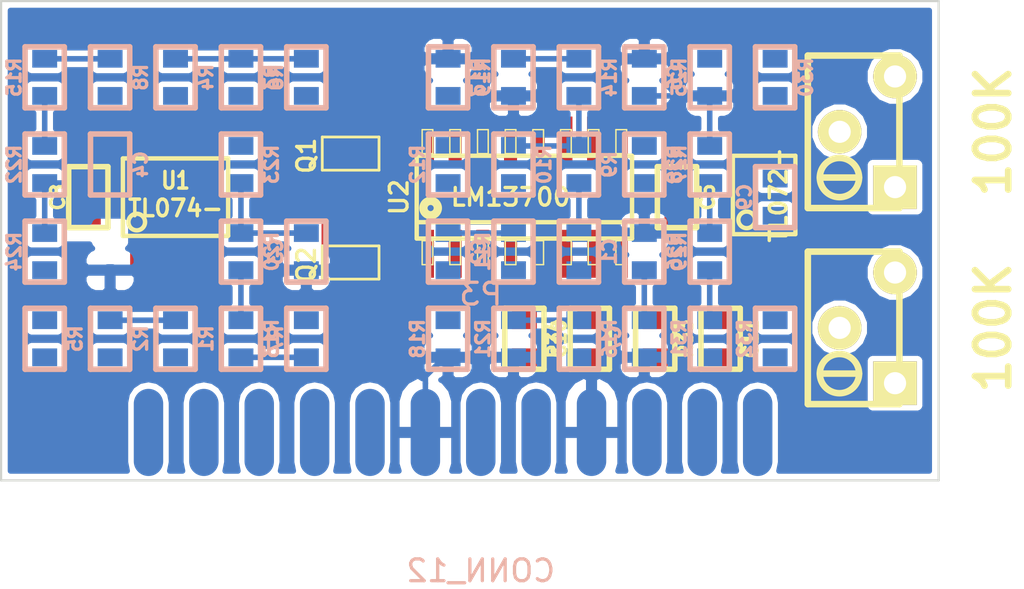
<source format=kicad_pcb>
(kicad_pcb (version 3) (host pcbnew "(2014-02-02 BZR 4653)-product")

  (general
    (links 103)
    (no_connects 73)
    (area 53.435229 100.949999 102.795624 128.1282)
    (thickness 1.6)
    (drawings 4)
    (tracks 38)
    (zones 0)
    (modules 53)
    (nets 44)
  )

  (page A3)
  (layers
    (15 F.Cu signal)
    (0 B.Cu signal)
    (16 B.Adhes user)
    (17 F.Adhes user)
    (18 B.Paste user)
    (19 F.Paste user)
    (20 B.SilkS user)
    (21 F.SilkS user)
    (22 B.Mask user)
    (23 F.Mask user)
    (24 Dwgs.User user)
    (25 Cmts.User user)
    (26 Eco1.User user)
    (27 Eco2.User user)
    (28 Edge.Cuts user)
  )

  (setup
    (last_trace_width 0.254)
    (trace_clearance 0.2032)
    (zone_clearance 0.254)
    (zone_45_only no)
    (trace_min 0.254)
    (segment_width 0.2)
    (edge_width 0.1)
    (via_size 0.889)
    (via_drill 0.381)
    (via_min_size 0.889)
    (via_min_drill 0.381)
    (uvia_size 0.508)
    (uvia_drill 0.127)
    (uvias_allowed no)
    (uvia_min_size 0.508)
    (uvia_min_drill 0.127)
    (pcb_text_width 0.3)
    (pcb_text_size 1.5 1.5)
    (mod_edge_width 0.15)
    (mod_text_size 1 1)
    (mod_text_width 0.15)
    (pad_size 1.35 4)
    (pad_drill 0)
    (pad_to_mask_clearance 0)
    (aux_axis_origin 0 0)
    (visible_elements 7FFEFF7F)
    (pcbplotparams
      (layerselection 3178497)
      (usegerberextensions true)
      (excludeedgelayer true)
      (linewidth 0.150000)
      (plotframeref false)
      (viasonmask false)
      (mode 1)
      (useauxorigin false)
      (hpglpennumber 1)
      (hpglpenspeed 20)
      (hpglpendiameter 15)
      (hpglpenoverlay 2)
      (psnegative false)
      (psa4output false)
      (plotreference true)
      (plotvalue true)
      (plotothertext true)
      (plotinvisibletext false)
      (padsonsilk false)
      (subtractmaskfromsilk false)
      (outputformat 1)
      (mirror false)
      (drillshape 1)
      (scaleselection 1)
      (outputdirectory ""))
  )

  (net 0 "")
  (net 1 +12V)
  (net 2 -12V)
  (net 3 CV1A)
  (net 4 CV1B)
  (net 5 CV2A)
  (net 6 CV2B)
  (net 7 GND)
  (net 8 IN1)
  (net 9 IN2)
  (net 10 N-000001)
  (net 11 N-0000010)
  (net 12 N-0000011)
  (net 13 N-0000012)
  (net 14 N-0000014)
  (net 15 N-000002)
  (net 16 N-0000021)
  (net 17 N-0000022)
  (net 18 N-0000023)
  (net 19 N-0000024)
  (net 20 N-0000025)
  (net 21 N-0000026)
  (net 22 N-0000027)
  (net 23 N-0000028)
  (net 24 N-0000029)
  (net 25 N-000003)
  (net 26 N-0000030)
  (net 27 N-0000032)
  (net 28 N-0000033)
  (net 29 N-0000034)
  (net 30 N-0000035)
  (net 31 N-0000036)
  (net 32 N-0000037)
  (net 33 N-0000038)
  (net 34 N-0000039)
  (net 35 N-000004)
  (net 36 N-0000040)
  (net 37 N-000005)
  (net 38 N-000006)
  (net 39 N-000007)
  (net 40 N-000008)
  (net 41 N-000009)
  (net 42 OUT1)
  (net 43 OUT2)

  (net_class Default "This is the default net class."
    (clearance 0.2032)
    (trace_width 0.254)
    (via_dia 0.889)
    (via_drill 0.381)
    (uvia_dia 0.508)
    (uvia_drill 0.127)
    (add_net "")
    (add_net +12V)
    (add_net -12V)
    (add_net CV1A)
    (add_net CV1B)
    (add_net CV2A)
    (add_net CV2B)
    (add_net GND)
    (add_net IN1)
    (add_net IN2)
    (add_net N-000001)
    (add_net N-0000010)
    (add_net N-0000011)
    (add_net N-0000012)
    (add_net N-0000014)
    (add_net N-000002)
    (add_net N-0000021)
    (add_net N-0000022)
    (add_net N-0000023)
    (add_net N-0000024)
    (add_net N-0000025)
    (add_net N-0000026)
    (add_net N-0000027)
    (add_net N-0000028)
    (add_net N-0000029)
    (add_net N-000003)
    (add_net N-0000030)
    (add_net N-0000032)
    (add_net N-0000033)
    (add_net N-0000034)
    (add_net N-0000035)
    (add_net N-0000036)
    (add_net N-0000037)
    (add_net N-0000038)
    (add_net N-0000039)
    (add_net N-000004)
    (add_net N-0000040)
    (add_net N-000005)
    (add_net N-000006)
    (add_net N-000007)
    (add_net N-000008)
    (add_net N-000009)
    (add_net OUT1)
    (add_net OUT2)
  )

  (module TSSOP8-JRL (layer F.Cu) (tedit 52EC3DDF) (tstamp 530FAD13)
    (at 89 110)
    (path /530EABE8)
    (attr smd)
    (fp_text reference U3 (at 0 -4.2) (layer F.SilkS) hide
      (effects (font (size 0.762 0.635) (thickness 0.15875)))
    )
    (fp_text value TL072- (at 0.65 -0.1 90) (layer F.SilkS)
      (effects (font (size 0.762 0.762) (thickness 0.16002)))
    )
    (fp_line (start -1.43 -1.9) (end 1.43 -1.9) (layer F.SilkS) (width 0.2))
    (fp_line (start 1.43 -1.9) (end 1.43 1.7) (layer F.SilkS) (width 0.2))
    (fp_line (start 1.43 1.7) (end -1.43 1.7) (layer F.SilkS) (width 0.2))
    (fp_line (start -1.438 1.678) (end -1.438 -1.878) (layer F.SilkS) (width 0.2))
    (fp_circle (center -0.803 1.043) (end -1.184 1.043) (layer F.SilkS) (width 0.2))
    (pad 1 smd rect (at -0.9554 2.694) (size 0.29972 1.30048) (layers F.Cu F.Paste F.Mask)
      (net 34 N-0000039))
    (pad 2 smd rect (at -0.3204 2.694) (size 0.29972 1.30048) (layers F.Cu F.Paste F.Mask)
      (net 36 N-0000040))
    (pad 3 smd rect (at 0.34 2.694) (size 0.29972 1.30048) (layers F.Cu F.Paste F.Mask)
      (net 7 GND))
    (pad 4 smd rect (at 0.975 2.694) (size 0.29972 1.30048) (layers F.Cu F.Paste F.Mask)
      (net 2 -12V))
    (pad 5 smd rect (at 0.975 -2.894) (size 0.29972 1.30048) (layers F.Cu F.Paste F.Mask)
      (net 7 GND))
    (pad 6 smd rect (at 0.3273 -2.894) (size 0.29972 1.30048) (layers F.Cu F.Paste F.Mask)
      (net 37 N-000005))
    (pad 7 smd rect (at -0.3204 -2.894) (size 0.29972 1.30048) (layers F.Cu F.Paste F.Mask)
      (net 10 N-000001))
    (pad 8 smd rect (at -0.9681 -2.894) (size 0.29972 1.30048) (layers F.Cu F.Paste F.Mask)
      (net 1 +12V))
    (model smd\smd_dil\tssop-14.wrl
      (at (xyz 0 0 0))
      (scale (xyz 1 1 1))
      (rotate (xyz 0 0 0))
    )
  )

  (module SOT23-JRL (layer F.Cu) (tedit 5281A378) (tstamp 530FAD37)
    (at 70 113 180)
    (tags SOT23)
    (path /530EAC06)
    (fp_text reference Q2 (at 1.99898 -0.09906 270) (layer F.SilkS)
      (effects (font (size 0.8128 0.8128) (thickness 0.1524)))
    )
    (fp_text value 2N3906 (at 0.0635 0 180) (layer F.SilkS) hide
      (effects (font (size 0.8128 0.8128) (thickness 0.1524)))
    )
    (fp_line (start 1.27 0.762) (end -1.3335 0.762) (layer F.SilkS) (width 0.127))
    (fp_line (start -1.3335 0.762) (end -1.3335 -0.762) (layer F.SilkS) (width 0.127))
    (fp_line (start -1.3335 -0.762) (end 1.27 -0.762) (layer F.SilkS) (width 0.127))
    (fp_line (start 1.27 -0.762) (end 1.27 0.762) (layer F.SilkS) (width 0.127))
    (pad 3 smd rect (at 0 -1.27 180) (size 0.70104 1.00076) (layers F.Cu F.Paste F.Mask)
      (net 35 N-000004))
    (pad 1 smd rect (at 0.9525 1.27 180) (size 0.70104 1.00076) (layers F.Cu F.Paste F.Mask)
      (net 41 N-000009))
    (pad 2 smd rect (at -0.9525 1.27 180) (size 0.70104 1.00076) (layers F.Cu F.Paste F.Mask)
      (net 7 GND))
    (model smd/SOT23_6.wrl
      (at (xyz 0 0 0))
      (scale (xyz 0.11 0.11 0.11))
      (rotate (xyz 0 0 -180))
    )
  )

  (module SOT23-JRL (layer F.Cu) (tedit 5281A378) (tstamp 530FAD42)
    (at 70 108 180)
    (tags SOT23)
    (path /530EC142)
    (fp_text reference Q1 (at 1.99898 -0.09906 270) (layer F.SilkS)
      (effects (font (size 0.8128 0.8128) (thickness 0.1524)))
    )
    (fp_text value 2N3906 (at 0.0635 0 180) (layer F.SilkS) hide
      (effects (font (size 0.8128 0.8128) (thickness 0.1524)))
    )
    (fp_line (start 1.27 0.762) (end -1.3335 0.762) (layer F.SilkS) (width 0.127))
    (fp_line (start -1.3335 0.762) (end -1.3335 -0.762) (layer F.SilkS) (width 0.127))
    (fp_line (start -1.3335 -0.762) (end 1.27 -0.762) (layer F.SilkS) (width 0.127))
    (fp_line (start 1.27 -0.762) (end 1.27 0.762) (layer F.SilkS) (width 0.127))
    (pad 3 smd rect (at 0 -1.27 180) (size 0.70104 1.00076) (layers F.Cu F.Paste F.Mask)
      (net 33 N-0000038))
    (pad 1 smd rect (at 0.9525 1.27 180) (size 0.70104 1.00076) (layers F.Cu F.Paste F.Mask)
      (net 23 N-0000028))
    (pad 2 smd rect (at -0.9525 1.27 180) (size 0.70104 1.00076) (layers F.Cu F.Paste F.Mask)
      (net 7 GND))
    (model smd/SOT23_6.wrl
      (at (xyz 0 0 0))
      (scale (xyz 0.11 0.11 0.11))
      (rotate (xyz 0 0 -180))
    )
  )

  (module SO16-JRL (layer F.Cu) (tedit 52805EFF) (tstamp 530FAD9E)
    (at 78 110)
    (descr "SMALL OUTLINE INTEGRATED CIRCUIT")
    (tags "SMALL OUTLINE INTEGRATED CIRCUIT")
    (path /530EAD26)
    (attr smd)
    (fp_text reference U2 (at -5.75 0 90) (layer F.SilkS)
      (effects (font (size 0.8128 0.8128) (thickness 0.1524)))
    )
    (fp_text value LM13700 (at -0.635 0) (layer F.SilkS)
      (effects (font (size 0.8128 0.8128) (thickness 0.1524)))
    )
    (fp_circle (center -4.3 0.5) (end -4.2 0.6) (layer F.SilkS) (width 0.381))
    (fp_line (start -4.68884 3.0988) (end -4.19862 3.0988) (layer F.SilkS) (width 0.06604))
    (fp_line (start -4.19862 3.0988) (end -4.19862 1.99898) (layer F.SilkS) (width 0.06604))
    (fp_line (start -4.68884 1.99898) (end -4.19862 1.99898) (layer F.SilkS) (width 0.06604))
    (fp_line (start -4.68884 3.0988) (end -4.68884 1.99898) (layer F.SilkS) (width 0.06604))
    (fp_line (start -3.41884 3.0988) (end -2.92862 3.0988) (layer F.SilkS) (width 0.06604))
    (fp_line (start -2.92862 3.0988) (end -2.92862 1.99898) (layer F.SilkS) (width 0.06604))
    (fp_line (start -3.41884 1.99898) (end -2.92862 1.99898) (layer F.SilkS) (width 0.06604))
    (fp_line (start -3.41884 3.0988) (end -3.41884 1.99898) (layer F.SilkS) (width 0.06604))
    (fp_line (start -2.14884 3.0988) (end -1.65862 3.0988) (layer F.SilkS) (width 0.06604))
    (fp_line (start -1.65862 3.0988) (end -1.65862 1.99898) (layer F.SilkS) (width 0.06604))
    (fp_line (start -2.14884 1.99898) (end -1.65862 1.99898) (layer F.SilkS) (width 0.06604))
    (fp_line (start -2.14884 3.0988) (end -2.14884 1.99898) (layer F.SilkS) (width 0.06604))
    (fp_line (start -0.87884 3.0988) (end -0.38862 3.0988) (layer F.SilkS) (width 0.06604))
    (fp_line (start -0.38862 3.0988) (end -0.38862 1.99898) (layer F.SilkS) (width 0.06604))
    (fp_line (start -0.87884 1.99898) (end -0.38862 1.99898) (layer F.SilkS) (width 0.06604))
    (fp_line (start -0.87884 3.0988) (end -0.87884 1.99898) (layer F.SilkS) (width 0.06604))
    (fp_line (start 1.65862 -1.99898) (end 2.14884 -1.99898) (layer F.SilkS) (width 0.06604))
    (fp_line (start 2.14884 -1.99898) (end 2.14884 -3.0988) (layer F.SilkS) (width 0.06604))
    (fp_line (start 1.65862 -3.0988) (end 2.14884 -3.0988) (layer F.SilkS) (width 0.06604))
    (fp_line (start 1.65862 -1.99898) (end 1.65862 -3.0988) (layer F.SilkS) (width 0.06604))
    (fp_line (start 0.38862 -1.99898) (end 0.87884 -1.99898) (layer F.SilkS) (width 0.06604))
    (fp_line (start 0.87884 -1.99898) (end 0.87884 -3.0988) (layer F.SilkS) (width 0.06604))
    (fp_line (start 0.38862 -3.0988) (end 0.87884 -3.0988) (layer F.SilkS) (width 0.06604))
    (fp_line (start 0.38862 -1.99898) (end 0.38862 -3.0988) (layer F.SilkS) (width 0.06604))
    (fp_line (start -0.87884 -1.99898) (end -0.38862 -1.99898) (layer F.SilkS) (width 0.06604))
    (fp_line (start -0.38862 -1.99898) (end -0.38862 -3.0988) (layer F.SilkS) (width 0.06604))
    (fp_line (start -0.87884 -3.0988) (end -0.38862 -3.0988) (layer F.SilkS) (width 0.06604))
    (fp_line (start -0.87884 -1.99898) (end -0.87884 -3.0988) (layer F.SilkS) (width 0.06604))
    (fp_line (start -2.14884 -1.99898) (end -1.65862 -1.99898) (layer F.SilkS) (width 0.06604))
    (fp_line (start -1.65862 -1.99898) (end -1.65862 -3.0988) (layer F.SilkS) (width 0.06604))
    (fp_line (start -2.14884 -3.0988) (end -1.65862 -3.0988) (layer F.SilkS) (width 0.06604))
    (fp_line (start -2.14884 -1.99898) (end -2.14884 -3.0988) (layer F.SilkS) (width 0.06604))
    (fp_line (start 0.38862 3.0988) (end 0.87884 3.0988) (layer F.SilkS) (width 0.06604))
    (fp_line (start 0.87884 3.0988) (end 0.87884 1.99898) (layer F.SilkS) (width 0.06604))
    (fp_line (start 0.38862 1.99898) (end 0.87884 1.99898) (layer F.SilkS) (width 0.06604))
    (fp_line (start 0.38862 3.0988) (end 0.38862 1.99898) (layer F.SilkS) (width 0.06604))
    (fp_line (start 1.65862 3.0988) (end 2.14884 3.0988) (layer F.SilkS) (width 0.06604))
    (fp_line (start 2.14884 3.0988) (end 2.14884 1.99898) (layer F.SilkS) (width 0.06604))
    (fp_line (start 1.65862 1.99898) (end 2.14884 1.99898) (layer F.SilkS) (width 0.06604))
    (fp_line (start 1.65862 3.0988) (end 1.65862 1.99898) (layer F.SilkS) (width 0.06604))
    (fp_line (start 2.92862 3.0988) (end 3.41884 3.0988) (layer F.SilkS) (width 0.06604))
    (fp_line (start 3.41884 3.0988) (end 3.41884 1.99898) (layer F.SilkS) (width 0.06604))
    (fp_line (start 2.92862 1.99898) (end 3.41884 1.99898) (layer F.SilkS) (width 0.06604))
    (fp_line (start 2.92862 3.0988) (end 2.92862 1.99898) (layer F.SilkS) (width 0.06604))
    (fp_line (start 4.19862 3.0988) (end 4.68884 3.0988) (layer F.SilkS) (width 0.06604))
    (fp_line (start 4.68884 3.0988) (end 4.68884 1.99898) (layer F.SilkS) (width 0.06604))
    (fp_line (start 4.19862 1.99898) (end 4.68884 1.99898) (layer F.SilkS) (width 0.06604))
    (fp_line (start 4.19862 3.0988) (end 4.19862 1.99898) (layer F.SilkS) (width 0.06604))
    (fp_line (start 4.19862 -1.99898) (end 4.68884 -1.99898) (layer F.SilkS) (width 0.06604))
    (fp_line (start 4.68884 -1.99898) (end 4.68884 -3.0988) (layer F.SilkS) (width 0.06604))
    (fp_line (start 4.19862 -3.0988) (end 4.68884 -3.0988) (layer F.SilkS) (width 0.06604))
    (fp_line (start 4.19862 -1.99898) (end 4.19862 -3.0988) (layer F.SilkS) (width 0.06604))
    (fp_line (start 2.92862 -1.99898) (end 3.41884 -1.99898) (layer F.SilkS) (width 0.06604))
    (fp_line (start 3.41884 -1.99898) (end 3.41884 -3.0988) (layer F.SilkS) (width 0.06604))
    (fp_line (start 2.92862 -3.0988) (end 3.41884 -3.0988) (layer F.SilkS) (width 0.06604))
    (fp_line (start 2.92862 -1.99898) (end 2.92862 -3.0988) (layer F.SilkS) (width 0.06604))
    (fp_line (start -3.41884 -1.99898) (end -2.92862 -1.99898) (layer F.SilkS) (width 0.06604))
    (fp_line (start -2.92862 -1.99898) (end -2.92862 -3.0988) (layer F.SilkS) (width 0.06604))
    (fp_line (start -3.41884 -3.0988) (end -2.92862 -3.0988) (layer F.SilkS) (width 0.06604))
    (fp_line (start -3.41884 -1.99898) (end -3.41884 -3.0988) (layer F.SilkS) (width 0.06604))
    (fp_line (start -4.68884 -1.99898) (end -4.19862 -1.99898) (layer F.SilkS) (width 0.06604))
    (fp_line (start -4.19862 -1.99898) (end -4.19862 -3.0988) (layer F.SilkS) (width 0.06604))
    (fp_line (start -4.68884 -3.0988) (end -4.19862 -3.0988) (layer F.SilkS) (width 0.06604))
    (fp_line (start -4.68884 -1.99898) (end -4.68884 -3.0988) (layer F.SilkS) (width 0.06604))
    (fp_line (start 4.93776 1.89992) (end -4.93776 1.89992) (layer F.SilkS) (width 0.2032))
    (fp_line (start -4.93776 1.89992) (end -4.93776 1.39954) (layer F.SilkS) (width 0.2032))
    (fp_line (start -4.93776 1.39954) (end -4.93776 -1.89992) (layer F.SilkS) (width 0.2032))
    (fp_line (start -4.93776 -1.89992) (end 4.93776 -1.89992) (layer F.SilkS) (width 0.2032))
    (fp_line (start 4.93776 1.14954) (end -4.93776 1.14954) (layer F.SilkS) (width 0.2032))
    (fp_line (start 4.93776 -1.89992) (end 4.93776 1.39954) (layer F.SilkS) (width 0.2032))
    (fp_line (start 4.93776 1.39954) (end 4.93776 1.89992) (layer F.SilkS) (width 0.2032))
    (pad 1 smd rect (at -4.445 2.59842) (size 0.59944 2.19964) (layers F.Cu F.Paste F.Mask)
      (net 35 N-000004))
    (pad 2 smd rect (at -3.175 2.59842) (size 0.59944 2.19964) (layers F.Cu F.Paste F.Mask))
    (pad 3 smd rect (at -1.905 2.59842) (size 0.59944 2.19964) (layers F.Cu F.Paste F.Mask)
      (net 21 N-0000026))
    (pad 4 smd rect (at -0.635 2.59842) (size 0.59944 2.19964) (layers F.Cu F.Paste F.Mask)
      (net 20 N-0000025))
    (pad 5 smd rect (at 0.635 2.59842) (size 0.59944 2.19964) (layers F.Cu F.Paste F.Mask)
      (net 16 N-0000021))
    (pad 6 smd rect (at 1.905 2.59842) (size 0.59944 2.19964) (layers F.Cu F.Paste F.Mask)
      (net 2 -12V))
    (pad 7 smd rect (at 3.175 2.59842) (size 0.59944 2.19964) (layers F.Cu F.Paste F.Mask))
    (pad 8 smd rect (at 4.445 2.59842) (size 0.59944 2.19964) (layers F.Cu F.Paste F.Mask))
    (pad 9 smd rect (at 4.445 -2.59842) (size 0.59944 2.19964) (layers F.Cu F.Paste F.Mask))
    (pad 10 smd rect (at 3.175 -2.59842) (size 0.59944 2.19964) (layers F.Cu F.Paste F.Mask))
    (pad 11 smd rect (at 1.905 -2.59842) (size 0.59944 2.19964) (layers F.Cu F.Paste F.Mask)
      (net 1 +12V))
    (pad 12 smd rect (at 0.635 -2.59842) (size 0.59944 2.19964) (layers F.Cu F.Paste F.Mask)
      (net 28 N-0000033))
    (pad 13 smd rect (at -0.635 -2.59842) (size 0.59944 2.19964) (layers F.Cu F.Paste F.Mask)
      (net 39 N-000007))
    (pad 14 smd rect (at -1.905 -2.59842) (size 0.59944 2.19964) (layers F.Cu F.Paste F.Mask)
      (net 38 N-000006))
    (pad 15 smd rect (at -3.175 -2.59842) (size 0.59944 2.19964) (layers F.Cu F.Paste F.Mask))
    (pad 16 smd rect (at -4.445 -2.59842) (size 0.59944 2.19964) (layers F.Cu F.Paste F.Mask)
      (net 33 N-0000038))
  )

  (module SM0603-JRL (layer B.Cu) (tedit 528C3246) (tstamp 5310090E)
    (at 77.5 108.5 90)
    (path /530EC17E)
    (attr smd)
    (fp_text reference R10 (at 0 1.4 90) (layer B.SilkS)
      (effects (font (size 0.6096 0.6096) (thickness 0.1524)) (justify mirror))
    )
    (fp_text value 2.2M (at 0 0 90) (layer B.SilkS) hide
      (effects (font (size 0.508 0.4572) (thickness 0.1143)) (justify mirror))
    )
    (fp_line (start -1.4 -0.9) (end 1.4 -0.9) (layer B.SilkS) (width 0.254))
    (fp_line (start 1.4 -0.9) (end 1.4 0.9) (layer B.SilkS) (width 0.254))
    (fp_line (start 1.4 0.9) (end -1.4 0.9) (layer B.SilkS) (width 0.254))
    (fp_line (start -1.4 0.9) (end -1.4 -0.9) (layer B.SilkS) (width 0.254))
    (pad 1 smd rect (at -0.8509 0 90) (size 0.8128 1.143) (layers B.Cu B.Paste B.Mask)
      (net 29 N-0000034))
    (pad 2 smd rect (at 0.8509 0 90) (size 0.8128 1.143) (layers B.Cu B.Paste B.Mask)
      (net 30 N-0000035))
    (model smd\resistors\R0603.wrl
      (at (xyz 0 0 0.001))
      (scale (xyz 0.5 0.5 0.5))
      (rotate (xyz 0 0 0))
    )
  )

  (module SM0603-JRL (layer B.Cu) (tedit 528C3246) (tstamp 530FB388)
    (at 65 112.5 90)
    (path /530EC203)
    (attr smd)
    (fp_text reference R20 (at 0 1.4 90) (layer B.SilkS)
      (effects (font (size 0.6096 0.6096) (thickness 0.1524)) (justify mirror))
    )
    (fp_text value 10K (at 0 0 90) (layer B.SilkS) hide
      (effects (font (size 0.508 0.4572) (thickness 0.1143)) (justify mirror))
    )
    (fp_line (start -1.4 -0.9) (end 1.4 -0.9) (layer B.SilkS) (width 0.254))
    (fp_line (start 1.4 -0.9) (end 1.4 0.9) (layer B.SilkS) (width 0.254))
    (fp_line (start 1.4 0.9) (end -1.4 0.9) (layer B.SilkS) (width 0.254))
    (fp_line (start -1.4 0.9) (end -1.4 -0.9) (layer B.SilkS) (width 0.254))
    (pad 1 smd rect (at -0.8509 0 90) (size 0.8128 1.143) (layers B.Cu B.Paste B.Mask)
      (net 32 N-0000037))
    (pad 2 smd rect (at 0.8509 0 90) (size 0.8128 1.143) (layers B.Cu B.Paste B.Mask)
      (net 22 N-0000027))
    (model smd\resistors\R0603.wrl
      (at (xyz 0 0 0.001))
      (scale (xyz 0.5 0.5 0.5))
      (rotate (xyz 0 0 0))
    )
  )

  (module SM0603-JRL (layer B.Cu) (tedit 528C3246) (tstamp 530FADBC)
    (at 68 112.5 270)
    (path /530EC1F6)
    (attr smd)
    (fp_text reference C3 (at 0 1.4 270) (layer B.SilkS)
      (effects (font (size 0.6096 0.6096) (thickness 0.1524)) (justify mirror))
    )
    (fp_text value 0.1μ (at 0 0 270) (layer B.SilkS) hide
      (effects (font (size 0.508 0.4572) (thickness 0.1143)) (justify mirror))
    )
    (fp_line (start -1.4 -0.9) (end 1.4 -0.9) (layer B.SilkS) (width 0.254))
    (fp_line (start 1.4 -0.9) (end 1.4 0.9) (layer B.SilkS) (width 0.254))
    (fp_line (start 1.4 0.9) (end -1.4 0.9) (layer B.SilkS) (width 0.254))
    (fp_line (start -1.4 0.9) (end -1.4 -0.9) (layer B.SilkS) (width 0.254))
    (pad 1 smd rect (at -0.8509 0 270) (size 0.8128 1.143) (layers B.Cu B.Paste B.Mask)
      (net 22 N-0000027))
    (pad 2 smd rect (at 0.8509 0 270) (size 0.8128 1.143) (layers B.Cu B.Paste B.Mask)
      (net 7 GND))
    (model smd\resistors\R0603.wrl
      (at (xyz 0 0 0.001))
      (scale (xyz 0.5 0.5 0.5))
      (rotate (xyz 0 0 0))
    )
  )

  (module SM0603-JRL (layer B.Cu) (tedit 528C3246) (tstamp 530FADC6)
    (at 65 108.5 90)
    (path /530EC1F0)
    (attr smd)
    (fp_text reference R23 (at 0 1.4 90) (layer B.SilkS)
      (effects (font (size 0.6096 0.6096) (thickness 0.1524)) (justify mirror))
    )
    (fp_text value 22K (at 0 0 90) (layer B.SilkS) hide
      (effects (font (size 0.508 0.4572) (thickness 0.1143)) (justify mirror))
    )
    (fp_line (start -1.4 -0.9) (end 1.4 -0.9) (layer B.SilkS) (width 0.254))
    (fp_line (start 1.4 -0.9) (end 1.4 0.9) (layer B.SilkS) (width 0.254))
    (fp_line (start 1.4 0.9) (end -1.4 0.9) (layer B.SilkS) (width 0.254))
    (fp_line (start -1.4 0.9) (end -1.4 -0.9) (layer B.SilkS) (width 0.254))
    (pad 1 smd rect (at -0.8509 0 90) (size 0.8128 1.143) (layers B.Cu B.Paste B.Mask)
      (net 22 N-0000027))
    (pad 2 smd rect (at 0.8509 0 90) (size 0.8128 1.143) (layers B.Cu B.Paste B.Mask)
      (net 23 N-0000028))
    (model smd\resistors\R0603.wrl
      (at (xyz 0 0 0.001))
      (scale (xyz 0.5 0.5 0.5))
      (rotate (xyz 0 0 0))
    )
  )

  (module SM0603-JRL (layer B.Cu) (tedit 528C3246) (tstamp 530FADD0)
    (at 86.5 116.5 270)
    (path /530EC1E0)
    (attr smd)
    (fp_text reference R31 (at 0 1.4 270) (layer B.SilkS)
      (effects (font (size 0.6096 0.6096) (thickness 0.1524)) (justify mirror))
    )
    (fp_text value 1K (at 0 0 270) (layer B.SilkS) hide
      (effects (font (size 0.508 0.4572) (thickness 0.1143)) (justify mirror))
    )
    (fp_line (start -1.4 -0.9) (end 1.4 -0.9) (layer B.SilkS) (width 0.254))
    (fp_line (start 1.4 -0.9) (end 1.4 0.9) (layer B.SilkS) (width 0.254))
    (fp_line (start 1.4 0.9) (end -1.4 0.9) (layer B.SilkS) (width 0.254))
    (fp_line (start -1.4 0.9) (end -1.4 -0.9) (layer B.SilkS) (width 0.254))
    (pad 1 smd rect (at -0.8509 0 270) (size 0.8128 1.143) (layers B.Cu B.Paste B.Mask)
      (net 34 N-0000039))
    (pad 2 smd rect (at 0.8509 0 270) (size 0.8128 1.143) (layers B.Cu B.Paste B.Mask)
      (net 42 OUT1))
    (model smd\resistors\R0603.wrl
      (at (xyz 0 0 0.001))
      (scale (xyz 0.5 0.5 0.5))
      (rotate (xyz 0 0 0))
    )
  )

  (module SM0603-JRL (layer B.Cu) (tedit 528C3246) (tstamp 530FADDA)
    (at 86.5 112.5 270)
    (path /530EC1CB)
    (attr smd)
    (fp_text reference R29 (at 0 1.4 270) (layer B.SilkS)
      (effects (font (size 0.6096 0.6096) (thickness 0.1524)) (justify mirror))
    )
    (fp_text value 100K (at 0 0 270) (layer B.SilkS) hide
      (effects (font (size 0.508 0.4572) (thickness 0.1143)) (justify mirror))
    )
    (fp_line (start -1.4 -0.9) (end 1.4 -0.9) (layer B.SilkS) (width 0.254))
    (fp_line (start 1.4 -0.9) (end 1.4 0.9) (layer B.SilkS) (width 0.254))
    (fp_line (start 1.4 0.9) (end -1.4 0.9) (layer B.SilkS) (width 0.254))
    (fp_line (start -1.4 0.9) (end -1.4 -0.9) (layer B.SilkS) (width 0.254))
    (pad 1 smd rect (at -0.8509 0 270) (size 0.8128 1.143) (layers B.Cu B.Paste B.Mask)
      (net 36 N-0000040))
    (pad 2 smd rect (at 0.8509 0 270) (size 0.8128 1.143) (layers B.Cu B.Paste B.Mask)
      (net 34 N-0000039))
    (model smd\resistors\R0603.wrl
      (at (xyz 0 0 0.001))
      (scale (xyz 0.5 0.5 0.5))
      (rotate (xyz 0 0 0))
    )
  )

  (module SM0603-JRL (layer B.Cu) (tedit 528C3246) (tstamp 531152E9)
    (at 86.5 104.5 270)
    (path /530EC1B5)
    (attr smd)
    (fp_text reference R25 (at 0 1.4 270) (layer B.SilkS)
      (effects (font (size 0.6096 0.6096) (thickness 0.1524)) (justify mirror))
    )
    (fp_text value 47K (at 0 0 270) (layer B.SilkS) hide
      (effects (font (size 0.508 0.4572) (thickness 0.1143)) (justify mirror))
    )
    (fp_line (start -1.4 -0.9) (end 1.4 -0.9) (layer B.SilkS) (width 0.254))
    (fp_line (start 1.4 -0.9) (end 1.4 0.9) (layer B.SilkS) (width 0.254))
    (fp_line (start 1.4 0.9) (end -1.4 0.9) (layer B.SilkS) (width 0.254))
    (fp_line (start -1.4 0.9) (end -1.4 -0.9) (layer B.SilkS) (width 0.254))
    (pad 1 smd rect (at -0.8509 0 270) (size 0.8128 1.143) (layers B.Cu B.Paste B.Mask)
      (net 28 N-0000033))
    (pad 2 smd rect (at 0.8509 0 270) (size 0.8128 1.143) (layers B.Cu B.Paste B.Mask)
      (net 7 GND))
    (model smd\resistors\R0603.wrl
      (at (xyz 0 0 0.001))
      (scale (xyz 0.5 0.5 0.5))
      (rotate (xyz 0 0 0))
    )
  )

  (module SM0603-JRL (layer B.Cu) (tedit 528C3246) (tstamp 530FADEE)
    (at 83.5 104.5 90)
    (path /530EC1AF)
    (attr smd)
    (fp_text reference C6 (at 0 1.4 90) (layer B.SilkS)
      (effects (font (size 0.6096 0.6096) (thickness 0.1524)) (justify mirror))
    )
    (fp_text value 47p (at 0 0 90) (layer B.SilkS) hide
      (effects (font (size 0.508 0.4572) (thickness 0.1143)) (justify mirror))
    )
    (fp_line (start -1.4 -0.9) (end 1.4 -0.9) (layer B.SilkS) (width 0.254))
    (fp_line (start 1.4 -0.9) (end 1.4 0.9) (layer B.SilkS) (width 0.254))
    (fp_line (start 1.4 0.9) (end -1.4 0.9) (layer B.SilkS) (width 0.254))
    (fp_line (start -1.4 0.9) (end -1.4 -0.9) (layer B.SilkS) (width 0.254))
    (pad 1 smd rect (at -0.8509 0 90) (size 0.8128 1.143) (layers B.Cu B.Paste B.Mask)
      (net 28 N-0000033))
    (pad 2 smd rect (at 0.8509 0 90) (size 0.8128 1.143) (layers B.Cu B.Paste B.Mask)
      (net 7 GND))
    (model smd\resistors\R0603.wrl
      (at (xyz 0 0 0.001))
      (scale (xyz 0.5 0.5 0.5))
      (rotate (xyz 0 0 0))
    )
  )

  (module SM0603-JRL (layer B.Cu) (tedit 528C3246) (tstamp 530FADF8)
    (at 86.5 108.5 270)
    (path /530EC19C)
    (attr smd)
    (fp_text reference R27 (at 0 1.4 270) (layer B.SilkS)
      (effects (font (size 0.6096 0.6096) (thickness 0.1524)) (justify mirror))
    )
    (fp_text value 100K (at 0 0 270) (layer B.SilkS) hide
      (effects (font (size 0.508 0.4572) (thickness 0.1143)) (justify mirror))
    )
    (fp_line (start -1.4 -0.9) (end 1.4 -0.9) (layer B.SilkS) (width 0.254))
    (fp_line (start 1.4 -0.9) (end 1.4 0.9) (layer B.SilkS) (width 0.254))
    (fp_line (start 1.4 0.9) (end -1.4 0.9) (layer B.SilkS) (width 0.254))
    (fp_line (start -1.4 0.9) (end -1.4 -0.9) (layer B.SilkS) (width 0.254))
    (pad 1 smd rect (at -0.8509 0 270) (size 0.8128 1.143) (layers B.Cu B.Paste B.Mask)
      (net 28 N-0000033))
    (pad 2 smd rect (at 0.8509 0 270) (size 0.8128 1.143) (layers B.Cu B.Paste B.Mask)
      (net 36 N-0000040))
    (model smd\resistors\R0603.wrl
      (at (xyz 0 0 0.001))
      (scale (xyz 0.5 0.5 0.5))
      (rotate (xyz 0 0 0))
    )
  )

  (module SM0603-JRL (layer B.Cu) (tedit 528C3246) (tstamp 530FAE02)
    (at 56 116.5 90)
    (path /530EC247)
    (attr smd)
    (fp_text reference R5 (at 0 1.4 90) (layer B.SilkS)
      (effects (font (size 0.6096 0.6096) (thickness 0.1524)) (justify mirror))
    )
    (fp_text value 100K (at 0 0 90) (layer B.SilkS) hide
      (effects (font (size 0.508 0.4572) (thickness 0.1143)) (justify mirror))
    )
    (fp_line (start -1.4 -0.9) (end 1.4 -0.9) (layer B.SilkS) (width 0.254))
    (fp_line (start 1.4 -0.9) (end 1.4 0.9) (layer B.SilkS) (width 0.254))
    (fp_line (start 1.4 0.9) (end -1.4 0.9) (layer B.SilkS) (width 0.254))
    (fp_line (start -1.4 0.9) (end -1.4 -0.9) (layer B.SilkS) (width 0.254))
    (pad 1 smd rect (at -0.8509 0 90) (size 0.8128 1.143) (layers B.Cu B.Paste B.Mask)
      (net 24 N-0000029))
    (pad 2 smd rect (at 0.8509 0 90) (size 0.8128 1.143) (layers B.Cu B.Paste B.Mask)
      (net 26 N-0000030))
    (model smd\resistors\R0603.wrl
      (at (xyz 0 0 0.001))
      (scale (xyz 0.5 0.5 0.5))
      (rotate (xyz 0 0 0))
    )
  )

  (module SM0603-JRL (layer B.Cu) (tedit 528C3246) (tstamp 530FAE0C)
    (at 80.5 108.5 90)
    (path /530EC16B)
    (attr smd)
    (fp_text reference R9 (at 0 1.4 90) (layer B.SilkS)
      (effects (font (size 0.6096 0.6096) (thickness 0.1524)) (justify mirror))
    )
    (fp_text value 82K (at 0 0 90) (layer B.SilkS) hide
      (effects (font (size 0.508 0.4572) (thickness 0.1143)) (justify mirror))
    )
    (fp_line (start -1.4 -0.9) (end 1.4 -0.9) (layer B.SilkS) (width 0.254))
    (fp_line (start 1.4 -0.9) (end 1.4 0.9) (layer B.SilkS) (width 0.254))
    (fp_line (start 1.4 0.9) (end -1.4 0.9) (layer B.SilkS) (width 0.254))
    (fp_line (start -1.4 0.9) (end -1.4 -0.9) (layer B.SilkS) (width 0.254))
    (pad 1 smd rect (at -0.8509 0 90) (size 0.8128 1.143) (layers B.Cu B.Paste B.Mask)
      (net 27 N-0000032))
    (pad 2 smd rect (at 0.8509 0 90) (size 0.8128 1.143) (layers B.Cu B.Paste B.Mask)
      (net 30 N-0000035))
    (model smd\resistors\R0603.wrl
      (at (xyz 0 0 0.001))
      (scale (xyz 0.5 0.5 0.5))
      (rotate (xyz 0 0 0))
    )
  )

  (module SM0603-JRL (layer B.Cu) (tedit 528C3246) (tstamp 530FAE16)
    (at 80.5 104.5 90)
    (path /530EC164)
    (attr smd)
    (fp_text reference R14 (at 0 1.4 90) (layer B.SilkS)
      (effects (font (size 0.6096 0.6096) (thickness 0.1524)) (justify mirror))
    )
    (fp_text value 4.7K (at 0 0 90) (layer B.SilkS) hide
      (effects (font (size 0.508 0.4572) (thickness 0.1143)) (justify mirror))
    )
    (fp_line (start -1.4 -0.9) (end 1.4 -0.9) (layer B.SilkS) (width 0.254))
    (fp_line (start 1.4 -0.9) (end 1.4 0.9) (layer B.SilkS) (width 0.254))
    (fp_line (start 1.4 0.9) (end -1.4 0.9) (layer B.SilkS) (width 0.254))
    (fp_line (start -1.4 0.9) (end -1.4 -0.9) (layer B.SilkS) (width 0.254))
    (pad 1 smd rect (at -0.8509 0 90) (size 0.8128 1.143) (layers B.Cu B.Paste B.Mask)
      (net 30 N-0000035))
    (pad 2 smd rect (at 0.8509 0 90) (size 0.8128 1.143) (layers B.Cu B.Paste B.Mask)
      (net 39 N-000007))
    (model smd\resistors\R0603.wrl
      (at (xyz 0 0 0.001))
      (scale (xyz 0.5 0.5 0.5))
      (rotate (xyz 0 0 0))
    )
  )

  (module SM0603-JRL (layer B.Cu) (tedit 528C3246) (tstamp 530FAE20)
    (at 65 116.5 90)
    (path /530EC20A)
    (attr smd)
    (fp_text reference R13 (at 0 1.4 90) (layer B.SilkS)
      (effects (font (size 0.6096 0.6096) (thickness 0.1524)) (justify mirror))
    )
    (fp_text value 100K (at 0 0 90) (layer B.SilkS) hide
      (effects (font (size 0.508 0.4572) (thickness 0.1143)) (justify mirror))
    )
    (fp_line (start -1.4 -0.9) (end 1.4 -0.9) (layer B.SilkS) (width 0.254))
    (fp_line (start 1.4 -0.9) (end 1.4 0.9) (layer B.SilkS) (width 0.254))
    (fp_line (start 1.4 0.9) (end -1.4 0.9) (layer B.SilkS) (width 0.254))
    (fp_line (start -1.4 0.9) (end -1.4 -0.9) (layer B.SilkS) (width 0.254))
    (pad 1 smd rect (at -0.8509 0 90) (size 0.8128 1.143) (layers B.Cu B.Paste B.Mask)
      (net 31 N-0000036))
    (pad 2 smd rect (at 0.8509 0 90) (size 0.8128 1.143) (layers B.Cu B.Paste B.Mask)
      (net 32 N-0000037))
    (model smd\resistors\R0603.wrl
      (at (xyz 0 0 0.001))
      (scale (xyz 0.5 0.5 0.5))
      (rotate (xyz 0 0 0))
    )
  )

  (module SM0603-JRL (layer B.Cu) (tedit 528C3246) (tstamp 530FAE2A)
    (at 68 116.5 270)
    (path /530EC21E)
    (attr smd)
    (fp_text reference R7 (at 0 1.4 270) (layer B.SilkS)
      (effects (font (size 0.6096 0.6096) (thickness 0.1524)) (justify mirror))
    )
    (fp_text value 100K (at 0 0 270) (layer B.SilkS) hide
      (effects (font (size 0.508 0.4572) (thickness 0.1143)) (justify mirror))
    )
    (fp_line (start -1.4 -0.9) (end 1.4 -0.9) (layer B.SilkS) (width 0.254))
    (fp_line (start 1.4 -0.9) (end 1.4 0.9) (layer B.SilkS) (width 0.254))
    (fp_line (start 1.4 0.9) (end -1.4 0.9) (layer B.SilkS) (width 0.254))
    (fp_line (start -1.4 0.9) (end -1.4 -0.9) (layer B.SilkS) (width 0.254))
    (pad 1 smd rect (at -0.8509 0 270) (size 0.8128 1.143) (layers B.Cu B.Paste B.Mask)
      (net 26 N-0000030))
    (pad 2 smd rect (at 0.8509 0 270) (size 0.8128 1.143) (layers B.Cu B.Paste B.Mask)
      (net 31 N-0000036))
    (model smd\resistors\R0603.wrl
      (at (xyz 0 0 0.001))
      (scale (xyz 0.5 0.5 0.5))
      (rotate (xyz 0 0 0))
    )
  )

  (module SM0603-JRL (layer F.Cu) (tedit 528C3246) (tstamp 530FAE34)
    (at 85 110 270)
    (path /530F92AF)
    (attr smd)
    (fp_text reference C5 (at 0 -1.4 270) (layer F.SilkS)
      (effects (font (size 0.6096 0.6096) (thickness 0.1524)))
    )
    (fp_text value 100n (at 0 0 270) (layer F.SilkS) hide
      (effects (font (size 0.508 0.4572) (thickness 0.1143)))
    )
    (fp_line (start -1.4 0.9) (end 1.4 0.9) (layer F.SilkS) (width 0.254))
    (fp_line (start 1.4 0.9) (end 1.4 -0.9) (layer F.SilkS) (width 0.254))
    (fp_line (start 1.4 -0.9) (end -1.4 -0.9) (layer F.SilkS) (width 0.254))
    (fp_line (start -1.4 -0.9) (end -1.4 0.9) (layer F.SilkS) (width 0.254))
    (pad 1 smd rect (at -0.8509 0 270) (size 0.8128 1.143) (layers F.Cu F.Paste F.Mask)
      (net 1 +12V))
    (pad 2 smd rect (at 0.8509 0 270) (size 0.8128 1.143) (layers F.Cu F.Paste F.Mask)
      (net 2 -12V))
    (model smd\resistors\R0603.wrl
      (at (xyz 0 0 0.001))
      (scale (xyz 0.5 0.5 0.5))
      (rotate (xyz 0 0 0))
    )
  )

  (module SM0603-JRL (layer B.Cu) (tedit 528C3246) (tstamp 530FAE3E)
    (at 62 116.5 90)
    (path /530EC24D)
    (attr smd)
    (fp_text reference R1 (at 0 1.4 90) (layer B.SilkS)
      (effects (font (size 0.6096 0.6096) (thickness 0.1524)) (justify mirror))
    )
    (fp_text value 100K (at 0 0 90) (layer B.SilkS) hide
      (effects (font (size 0.508 0.4572) (thickness 0.1143)) (justify mirror))
    )
    (fp_line (start -1.4 -0.9) (end 1.4 -0.9) (layer B.SilkS) (width 0.254))
    (fp_line (start 1.4 -0.9) (end 1.4 0.9) (layer B.SilkS) (width 0.254))
    (fp_line (start 1.4 0.9) (end -1.4 0.9) (layer B.SilkS) (width 0.254))
    (fp_line (start -1.4 0.9) (end -1.4 -0.9) (layer B.SilkS) (width 0.254))
    (pad 1 smd rect (at -0.8509 0 90) (size 0.8128 1.143) (layers B.Cu B.Paste B.Mask)
      (net 3 CV1A))
    (pad 2 smd rect (at 0.8509 0 90) (size 0.8128 1.143) (layers B.Cu B.Paste B.Mask)
      (net 24 N-0000029))
    (model smd\resistors\R0603.wrl
      (at (xyz 0 0 0.001))
      (scale (xyz 0.5 0.5 0.5))
      (rotate (xyz 0 0 0))
    )
  )

  (module SM0603-JRL (layer B.Cu) (tedit 528C3246) (tstamp 530FAE48)
    (at 59 116.5 90)
    (path /530EC253)
    (attr smd)
    (fp_text reference R2 (at 0 1.4 90) (layer B.SilkS)
      (effects (font (size 0.6096 0.6096) (thickness 0.1524)) (justify mirror))
    )
    (fp_text value 100K (at 0 0 90) (layer B.SilkS) hide
      (effects (font (size 0.508 0.4572) (thickness 0.1143)) (justify mirror))
    )
    (fp_line (start -1.4 -0.9) (end 1.4 -0.9) (layer B.SilkS) (width 0.254))
    (fp_line (start 1.4 -0.9) (end 1.4 0.9) (layer B.SilkS) (width 0.254))
    (fp_line (start 1.4 0.9) (end -1.4 0.9) (layer B.SilkS) (width 0.254))
    (fp_line (start -1.4 0.9) (end -1.4 -0.9) (layer B.SilkS) (width 0.254))
    (pad 1 smd rect (at -0.8509 0 90) (size 0.8128 1.143) (layers B.Cu B.Paste B.Mask)
      (net 4 CV1B))
    (pad 2 smd rect (at 0.8509 0 90) (size 0.8128 1.143) (layers B.Cu B.Paste B.Mask)
      (net 24 N-0000029))
    (model smd\resistors\R0603.wrl
      (at (xyz 0 0 0.001))
      (scale (xyz 0.5 0.5 0.5))
      (rotate (xyz 0 0 0))
    )
  )

  (module SM0603-JRL (layer F.Cu) (tedit 528C3246) (tstamp 530FAE52)
    (at 81 116.5 90)
    (path /530F7FD7)
    (attr smd)
    (fp_text reference C10 (at 0 -1.4 90) (layer F.SilkS)
      (effects (font (size 0.6096 0.6096) (thickness 0.1524)))
    )
    (fp_text value 1μ (at 0 0 90) (layer F.SilkS) hide
      (effects (font (size 0.508 0.4572) (thickness 0.1143)))
    )
    (fp_line (start -1.4 0.9) (end 1.4 0.9) (layer F.SilkS) (width 0.254))
    (fp_line (start 1.4 0.9) (end 1.4 -0.9) (layer F.SilkS) (width 0.254))
    (fp_line (start 1.4 -0.9) (end -1.4 -0.9) (layer F.SilkS) (width 0.254))
    (fp_line (start -1.4 -0.9) (end -1.4 0.9) (layer F.SilkS) (width 0.254))
    (pad 1 smd rect (at -0.8509 0 90) (size 0.8128 1.143) (layers F.Cu F.Paste F.Mask)
      (net 7 GND))
    (pad 2 smd rect (at 0.8509 0 90) (size 0.8128 1.143) (layers F.Cu F.Paste F.Mask)
      (net 2 -12V))
    (model smd\resistors\R0603.wrl
      (at (xyz 0 0 0.001))
      (scale (xyz 0.5 0.5 0.5))
      (rotate (xyz 0 0 0))
    )
  )

  (module SM0603-JRL (layer F.Cu) (tedit 528C3246) (tstamp 53100C05)
    (at 87 116.5 270)
    (path /530F7FED)
    (attr smd)
    (fp_text reference C11 (at 0 -1.4 270) (layer F.SilkS)
      (effects (font (size 0.6096 0.6096) (thickness 0.1524)))
    )
    (fp_text value 1μ (at 0 0 270) (layer F.SilkS) hide
      (effects (font (size 0.508 0.4572) (thickness 0.1143)))
    )
    (fp_line (start -1.4 0.9) (end 1.4 0.9) (layer F.SilkS) (width 0.254))
    (fp_line (start 1.4 0.9) (end 1.4 -0.9) (layer F.SilkS) (width 0.254))
    (fp_line (start 1.4 -0.9) (end -1.4 -0.9) (layer F.SilkS) (width 0.254))
    (fp_line (start -1.4 -0.9) (end -1.4 0.9) (layer F.SilkS) (width 0.254))
    (pad 1 smd rect (at -0.8509 0 270) (size 0.8128 1.143) (layers F.Cu F.Paste F.Mask)
      (net 1 +12V))
    (pad 2 smd rect (at 0.8509 0 270) (size 0.8128 1.143) (layers F.Cu F.Paste F.Mask)
      (net 7 GND))
    (model smd\resistors\R0603.wrl
      (at (xyz 0 0 0.001))
      (scale (xyz 0.5 0.5 0.5))
      (rotate (xyz 0 0 0))
    )
  )

  (module SM0603-JRL (layer F.Cu) (tedit 528C3246) (tstamp 530FAE66)
    (at 84 116.5 270)
    (path /530F8387)
    (attr smd)
    (fp_text reference R33 (at 0 -1.4 270) (layer F.SilkS)
      (effects (font (size 0.6096 0.6096) (thickness 0.1524)))
    )
    (fp_text value 10 (at 0 0 270) (layer F.SilkS) hide
      (effects (font (size 0.508 0.4572) (thickness 0.1143)))
    )
    (fp_line (start -1.4 0.9) (end 1.4 0.9) (layer F.SilkS) (width 0.254))
    (fp_line (start 1.4 0.9) (end 1.4 -0.9) (layer F.SilkS) (width 0.254))
    (fp_line (start 1.4 -0.9) (end -1.4 -0.9) (layer F.SilkS) (width 0.254))
    (fp_line (start -1.4 -0.9) (end -1.4 0.9) (layer F.SilkS) (width 0.254))
    (pad 1 smd rect (at -0.8509 0 270) (size 0.8128 1.143) (layers F.Cu F.Paste F.Mask)
      (net 1 +12V))
    (pad 2 smd rect (at 0.8509 0 270) (size 0.8128 1.143) (layers F.Cu F.Paste F.Mask)
      (net 14 N-0000014))
    (model smd\resistors\R0603.wrl
      (at (xyz 0 0 0.001))
      (scale (xyz 0.5 0.5 0.5))
      (rotate (xyz 0 0 0))
    )
  )

  (module SM0603-JRL (layer F.Cu) (tedit 528C3246) (tstamp 530FAE70)
    (at 78 116.5 270)
    (path /530F842A)
    (attr smd)
    (fp_text reference R34 (at 0 -1.4 270) (layer F.SilkS)
      (effects (font (size 0.6096 0.6096) (thickness 0.1524)))
    )
    (fp_text value 10 (at 0 0 270) (layer F.SilkS) hide
      (effects (font (size 0.508 0.4572) (thickness 0.1143)))
    )
    (fp_line (start -1.4 0.9) (end 1.4 0.9) (layer F.SilkS) (width 0.254))
    (fp_line (start 1.4 0.9) (end 1.4 -0.9) (layer F.SilkS) (width 0.254))
    (fp_line (start 1.4 -0.9) (end -1.4 -0.9) (layer F.SilkS) (width 0.254))
    (fp_line (start -1.4 -0.9) (end -1.4 0.9) (layer F.SilkS) (width 0.254))
    (pad 1 smd rect (at -0.8509 0 270) (size 0.8128 1.143) (layers F.Cu F.Paste F.Mask)
      (net 2 -12V))
    (pad 2 smd rect (at 0.8509 0 270) (size 0.8128 1.143) (layers F.Cu F.Paste F.Mask)
      (net 13 N-0000012))
    (model smd\resistors\R0603.wrl
      (at (xyz 0 0 0.001))
      (scale (xyz 0.5 0.5 0.5))
      (rotate (xyz 0 0 0))
    )
  )

  (module SM0603-JRL (layer B.Cu) (tedit 528C3246) (tstamp 530FAE7A)
    (at 89.5 110 270)
    (path /530F92A0)
    (attr smd)
    (fp_text reference C9 (at 0 1.4 270) (layer B.SilkS)
      (effects (font (size 0.6096 0.6096) (thickness 0.1524)) (justify mirror))
    )
    (fp_text value 100n (at 0 0 270) (layer B.SilkS) hide
      (effects (font (size 0.508 0.4572) (thickness 0.1143)) (justify mirror))
    )
    (fp_line (start -1.4 -0.9) (end 1.4 -0.9) (layer B.SilkS) (width 0.254))
    (fp_line (start 1.4 -0.9) (end 1.4 0.9) (layer B.SilkS) (width 0.254))
    (fp_line (start 1.4 0.9) (end -1.4 0.9) (layer B.SilkS) (width 0.254))
    (fp_line (start -1.4 0.9) (end -1.4 -0.9) (layer B.SilkS) (width 0.254))
    (pad 1 smd rect (at -0.8509 0 270) (size 0.8128 1.143) (layers B.Cu B.Paste B.Mask)
      (net 1 +12V))
    (pad 2 smd rect (at 0.8509 0 270) (size 0.8128 1.143) (layers B.Cu B.Paste B.Mask)
      (net 2 -12V))
    (model smd\resistors\R0603.wrl
      (at (xyz 0 0 0.001))
      (scale (xyz 0.5 0.5 0.5))
      (rotate (xyz 0 0 0))
    )
  )

  (module SM0603-JRL (layer F.Cu) (tedit 528C3246) (tstamp 530FAE84)
    (at 58 110 90)
    (path /530F92A9)
    (attr smd)
    (fp_text reference C8 (at 0 -1.4 90) (layer F.SilkS)
      (effects (font (size 0.6096 0.6096) (thickness 0.1524)))
    )
    (fp_text value 100n (at 0 0 90) (layer F.SilkS) hide
      (effects (font (size 0.508 0.4572) (thickness 0.1143)))
    )
    (fp_line (start -1.4 0.9) (end 1.4 0.9) (layer F.SilkS) (width 0.254))
    (fp_line (start 1.4 0.9) (end 1.4 -0.9) (layer F.SilkS) (width 0.254))
    (fp_line (start 1.4 -0.9) (end -1.4 -0.9) (layer F.SilkS) (width 0.254))
    (fp_line (start -1.4 -0.9) (end -1.4 0.9) (layer F.SilkS) (width 0.254))
    (pad 1 smd rect (at -0.8509 0 90) (size 0.8128 1.143) (layers F.Cu F.Paste F.Mask)
      (net 1 +12V))
    (pad 2 smd rect (at 0.8509 0 90) (size 0.8128 1.143) (layers F.Cu F.Paste F.Mask)
      (net 2 -12V))
    (model smd\resistors\R0603.wrl
      (at (xyz 0 0 0.001))
      (scale (xyz 0.5 0.5 0.5))
      (rotate (xyz 0 0 0))
    )
  )

  (module SM0603-JRL (layer B.Cu) (tedit 528C3246) (tstamp 530FAE8E)
    (at 74.5 112.5 90)
    (path /530EABAC)
    (attr smd)
    (fp_text reference C2 (at 0 1.4 90) (layer B.SilkS)
      (effects (font (size 0.6096 0.6096) (thickness 0.1524)) (justify mirror))
    )
    (fp_text value 1μ (at 0 0 90) (layer B.SilkS) hide
      (effects (font (size 0.508 0.4572) (thickness 0.1143)) (justify mirror))
    )
    (fp_line (start -1.4 -0.9) (end 1.4 -0.9) (layer B.SilkS) (width 0.254))
    (fp_line (start 1.4 -0.9) (end 1.4 0.9) (layer B.SilkS) (width 0.254))
    (fp_line (start 1.4 0.9) (end -1.4 0.9) (layer B.SilkS) (width 0.254))
    (fp_line (start -1.4 0.9) (end -1.4 -0.9) (layer B.SilkS) (width 0.254))
    (pad 1 smd rect (at -0.8509 0 90) (size 0.8128 1.143) (layers B.Cu B.Paste B.Mask)
      (net 9 IN2))
    (pad 2 smd rect (at 0.8509 0 90) (size 0.8128 1.143) (layers B.Cu B.Paste B.Mask)
      (net 17 N-0000022))
    (model smd\resistors\R0603.wrl
      (at (xyz 0 0 0.001))
      (scale (xyz 0.5 0.5 0.5))
      (rotate (xyz 0 0 0))
    )
  )

  (module SM0603-JRL (layer B.Cu) (tedit 528C3246) (tstamp 530FAE98)
    (at 74.5 104.5 90)
    (path /530EC154)
    (attr smd)
    (fp_text reference R17 (at 0 1.4 90) (layer B.SilkS)
      (effects (font (size 0.6096 0.6096) (thickness 0.1524)) (justify mirror))
    )
    (fp_text value 560 (at 0 0 90) (layer B.SilkS) hide
      (effects (font (size 0.508 0.4572) (thickness 0.1143)) (justify mirror))
    )
    (fp_line (start -1.4 -0.9) (end 1.4 -0.9) (layer B.SilkS) (width 0.254))
    (fp_line (start 1.4 -0.9) (end 1.4 0.9) (layer B.SilkS) (width 0.254))
    (fp_line (start 1.4 0.9) (end -1.4 0.9) (layer B.SilkS) (width 0.254))
    (fp_line (start -1.4 0.9) (end -1.4 -0.9) (layer B.SilkS) (width 0.254))
    (pad 1 smd rect (at -0.8509 0 90) (size 0.8128 1.143) (layers B.Cu B.Paste B.Mask)
      (net 38 N-000006))
    (pad 2 smd rect (at 0.8509 0 90) (size 0.8128 1.143) (layers B.Cu B.Paste B.Mask)
      (net 7 GND))
    (model smd\resistors\R0603.wrl
      (at (xyz 0 0 0.001))
      (scale (xyz 0.5 0.5 0.5))
      (rotate (xyz 0 0 0))
    )
  )

  (module SM0603-JRL (layer B.Cu) (tedit 528C3246) (tstamp 530FAEA2)
    (at 77.5 116.5 270)
    (path /530EAD79)
    (attr smd)
    (fp_text reference R21 (at 0 1.4 270) (layer B.SilkS)
      (effects (font (size 0.6096 0.6096) (thickness 0.1524)) (justify mirror))
    )
    (fp_text value 560 (at 0 0 270) (layer B.SilkS) hide
      (effects (font (size 0.508 0.4572) (thickness 0.1143)) (justify mirror))
    )
    (fp_line (start -1.4 -0.9) (end 1.4 -0.9) (layer B.SilkS) (width 0.254))
    (fp_line (start 1.4 -0.9) (end 1.4 0.9) (layer B.SilkS) (width 0.254))
    (fp_line (start 1.4 0.9) (end -1.4 0.9) (layer B.SilkS) (width 0.254))
    (fp_line (start -1.4 0.9) (end -1.4 -0.9) (layer B.SilkS) (width 0.254))
    (pad 1 smd rect (at -0.8509 0 270) (size 0.8128 1.143) (layers B.Cu B.Paste B.Mask)
      (net 20 N-0000025))
    (pad 2 smd rect (at 0.8509 0 270) (size 0.8128 1.143) (layers B.Cu B.Paste B.Mask)
      (net 7 GND))
    (model smd\resistors\R0603.wrl
      (at (xyz 0 0 0.001))
      (scale (xyz 0.5 0.5 0.5))
      (rotate (xyz 0 0 0))
    )
  )

  (module SM0603-JRL (layer B.Cu) (tedit 528C3246) (tstamp 530FAEAC)
    (at 74.5 116.5 270)
    (path /530EAD80)
    (attr smd)
    (fp_text reference R18 (at 0 1.4 270) (layer B.SilkS)
      (effects (font (size 0.6096 0.6096) (thickness 0.1524)) (justify mirror))
    )
    (fp_text value 560 (at 0 0 270) (layer B.SilkS) hide
      (effects (font (size 0.508 0.4572) (thickness 0.1143)) (justify mirror))
    )
    (fp_line (start -1.4 -0.9) (end 1.4 -0.9) (layer B.SilkS) (width 0.254))
    (fp_line (start 1.4 -0.9) (end 1.4 0.9) (layer B.SilkS) (width 0.254))
    (fp_line (start 1.4 0.9) (end -1.4 0.9) (layer B.SilkS) (width 0.254))
    (fp_line (start -1.4 0.9) (end -1.4 -0.9) (layer B.SilkS) (width 0.254))
    (pad 1 smd rect (at -0.8509 0 270) (size 0.8128 1.143) (layers B.Cu B.Paste B.Mask)
      (net 21 N-0000026))
    (pad 2 smd rect (at 0.8509 0 270) (size 0.8128 1.143) (layers B.Cu B.Paste B.Mask)
      (net 7 GND))
    (model smd\resistors\R0603.wrl
      (at (xyz 0 0 0.001))
      (scale (xyz 0.5 0.5 0.5))
      (rotate (xyz 0 0 0))
    )
  )

  (module SM0603-JRL (layer B.Cu) (tedit 528C3246) (tstamp 530FAEB6)
    (at 80.5 116.5 90)
    (path /530EAD99)
    (attr smd)
    (fp_text reference R16 (at 0 1.4 90) (layer B.SilkS)
      (effects (font (size 0.6096 0.6096) (thickness 0.1524)) (justify mirror))
    )
    (fp_text value 4.7K (at 0 0 90) (layer B.SilkS) hide
      (effects (font (size 0.508 0.4572) (thickness 0.1143)) (justify mirror))
    )
    (fp_line (start -1.4 -0.9) (end 1.4 -0.9) (layer B.SilkS) (width 0.254))
    (fp_line (start 1.4 -0.9) (end 1.4 0.9) (layer B.SilkS) (width 0.254))
    (fp_line (start 1.4 0.9) (end -1.4 0.9) (layer B.SilkS) (width 0.254))
    (fp_line (start -1.4 0.9) (end -1.4 -0.9) (layer B.SilkS) (width 0.254))
    (pad 1 smd rect (at -0.8509 0 90) (size 0.8128 1.143) (layers B.Cu B.Paste B.Mask)
      (net 19 N-0000024))
    (pad 2 smd rect (at 0.8509 0 90) (size 0.8128 1.143) (layers B.Cu B.Paste B.Mask)
      (net 20 N-0000025))
    (model smd\resistors\R0603.wrl
      (at (xyz 0 0 0.001))
      (scale (xyz 0.5 0.5 0.5))
      (rotate (xyz 0 0 0))
    )
  )

  (module SM0603-JRL (layer B.Cu) (tedit 528C3246) (tstamp 530FAEC0)
    (at 77.5 112.5 270)
    (path /530EADD8)
    (attr smd)
    (fp_text reference R11 (at 0 1.4 270) (layer B.SilkS)
      (effects (font (size 0.6096 0.6096) (thickness 0.1524)) (justify mirror))
    )
    (fp_text value 82K (at 0 0 270) (layer B.SilkS) hide
      (effects (font (size 0.508 0.4572) (thickness 0.1143)) (justify mirror))
    )
    (fp_line (start -1.4 -0.9) (end 1.4 -0.9) (layer B.SilkS) (width 0.254))
    (fp_line (start 1.4 -0.9) (end 1.4 0.9) (layer B.SilkS) (width 0.254))
    (fp_line (start 1.4 0.9) (end -1.4 0.9) (layer B.SilkS) (width 0.254))
    (fp_line (start -1.4 0.9) (end -1.4 -0.9) (layer B.SilkS) (width 0.254))
    (pad 1 smd rect (at -0.8509 0 270) (size 0.8128 1.143) (layers B.Cu B.Paste B.Mask)
      (net 17 N-0000022))
    (pad 2 smd rect (at 0.8509 0 270) (size 0.8128 1.143) (layers B.Cu B.Paste B.Mask)
      (net 19 N-0000024))
    (model smd\resistors\R0603.wrl
      (at (xyz 0 0 0.001))
      (scale (xyz 0.5 0.5 0.5))
      (rotate (xyz 0 0 0))
    )
  )

  (module SM0603-JRL (layer B.Cu) (tedit 528C3246) (tstamp 530FAECA)
    (at 74.5 108.5 270)
    (path /530EAE16)
    (attr smd)
    (fp_text reference R12 (at 0 1.4 270) (layer B.SilkS)
      (effects (font (size 0.6096 0.6096) (thickness 0.1524)) (justify mirror))
    )
    (fp_text value 2.2M (at 0 0 270) (layer B.SilkS) hide
      (effects (font (size 0.508 0.4572) (thickness 0.1143)) (justify mirror))
    )
    (fp_line (start -1.4 -0.9) (end 1.4 -0.9) (layer B.SilkS) (width 0.254))
    (fp_line (start 1.4 -0.9) (end 1.4 0.9) (layer B.SilkS) (width 0.254))
    (fp_line (start 1.4 0.9) (end -1.4 0.9) (layer B.SilkS) (width 0.254))
    (fp_line (start -1.4 0.9) (end -1.4 -0.9) (layer B.SilkS) (width 0.254))
    (pad 1 smd rect (at -0.8509 0 270) (size 0.8128 1.143) (layers B.Cu B.Paste B.Mask)
      (net 18 N-0000023))
    (pad 2 smd rect (at 0.8509 0 270) (size 0.8128 1.143) (layers B.Cu B.Paste B.Mask)
      (net 19 N-0000024))
    (model smd\resistors\R0603.wrl
      (at (xyz 0 0 0.001))
      (scale (xyz 0.5 0.5 0.5))
      (rotate (xyz 0 0 0))
    )
  )

  (module SM0603-JRL (layer B.Cu) (tedit 528C3246) (tstamp 530FAED4)
    (at 83.5 108.5 90)
    (path /530EB0AC)
    (attr smd)
    (fp_text reference R28 (at 0 1.4 90) (layer B.SilkS)
      (effects (font (size 0.6096 0.6096) (thickness 0.1524)) (justify mirror))
    )
    (fp_text value 100K (at 0 0 90) (layer B.SilkS) hide
      (effects (font (size 0.508 0.4572) (thickness 0.1143)) (justify mirror))
    )
    (fp_line (start -1.4 -0.9) (end 1.4 -0.9) (layer B.SilkS) (width 0.254))
    (fp_line (start 1.4 -0.9) (end 1.4 0.9) (layer B.SilkS) (width 0.254))
    (fp_line (start 1.4 0.9) (end -1.4 0.9) (layer B.SilkS) (width 0.254))
    (fp_line (start -1.4 0.9) (end -1.4 -0.9) (layer B.SilkS) (width 0.254))
    (pad 1 smd rect (at -0.8509 0 90) (size 0.8128 1.143) (layers B.Cu B.Paste B.Mask)
      (net 16 N-0000021))
    (pad 2 smd rect (at 0.8509 0 90) (size 0.8128 1.143) (layers B.Cu B.Paste B.Mask)
      (net 37 N-000005))
    (model smd\resistors\R0603.wrl
      (at (xyz 0 0 0.001))
      (scale (xyz 0.5 0.5 0.5))
      (rotate (xyz 0 0 0))
    )
  )

  (module SM0603-JRL (layer B.Cu) (tedit 528C3246) (tstamp 530FAEDE)
    (at 83.5 116.5 270)
    (path /530EB10D)
    (attr smd)
    (fp_text reference C7 (at 0 1.4 270) (layer B.SilkS)
      (effects (font (size 0.6096 0.6096) (thickness 0.1524)) (justify mirror))
    )
    (fp_text value 47p (at 0 0 270) (layer B.SilkS) hide
      (effects (font (size 0.508 0.4572) (thickness 0.1143)) (justify mirror))
    )
    (fp_line (start -1.4 -0.9) (end 1.4 -0.9) (layer B.SilkS) (width 0.254))
    (fp_line (start 1.4 -0.9) (end 1.4 0.9) (layer B.SilkS) (width 0.254))
    (fp_line (start 1.4 0.9) (end -1.4 0.9) (layer B.SilkS) (width 0.254))
    (fp_line (start -1.4 0.9) (end -1.4 -0.9) (layer B.SilkS) (width 0.254))
    (pad 1 smd rect (at -0.8509 0 270) (size 0.8128 1.143) (layers B.Cu B.Paste B.Mask)
      (net 16 N-0000021))
    (pad 2 smd rect (at 0.8509 0 270) (size 0.8128 1.143) (layers B.Cu B.Paste B.Mask)
      (net 7 GND))
    (model smd\resistors\R0603.wrl
      (at (xyz 0 0 0.001))
      (scale (xyz 0.5 0.5 0.5))
      (rotate (xyz 0 0 0))
    )
  )

  (module SM0603-JRL (layer B.Cu) (tedit 528C3246) (tstamp 530FAEE8)
    (at 83.5 112.5 90)
    (path /530EB11A)
    (attr smd)
    (fp_text reference R26 (at 0 1.4 90) (layer B.SilkS)
      (effects (font (size 0.6096 0.6096) (thickness 0.1524)) (justify mirror))
    )
    (fp_text value 47K (at 0 0 90) (layer B.SilkS) hide
      (effects (font (size 0.508 0.4572) (thickness 0.1143)) (justify mirror))
    )
    (fp_line (start -1.4 -0.9) (end 1.4 -0.9) (layer B.SilkS) (width 0.254))
    (fp_line (start 1.4 -0.9) (end 1.4 0.9) (layer B.SilkS) (width 0.254))
    (fp_line (start 1.4 0.9) (end -1.4 0.9) (layer B.SilkS) (width 0.254))
    (fp_line (start -1.4 0.9) (end -1.4 -0.9) (layer B.SilkS) (width 0.254))
    (pad 1 smd rect (at -0.8509 0 90) (size 0.8128 1.143) (layers B.Cu B.Paste B.Mask)
      (net 16 N-0000021))
    (pad 2 smd rect (at 0.8509 0 90) (size 0.8128 1.143) (layers B.Cu B.Paste B.Mask)
      (net 7 GND))
    (model smd\resistors\R0603.wrl
      (at (xyz 0 0 0.001))
      (scale (xyz 0.5 0.5 0.5))
      (rotate (xyz 0 0 0))
    )
  )

  (module SM0603-JRL (layer B.Cu) (tedit 528C3246) (tstamp 530FAEF2)
    (at 89.5 104.5 90)
    (path /530EB2E1)
    (attr smd)
    (fp_text reference R30 (at 0 1.4 90) (layer B.SilkS)
      (effects (font (size 0.6096 0.6096) (thickness 0.1524)) (justify mirror))
    )
    (fp_text value 100K (at 0 0 90) (layer B.SilkS) hide
      (effects (font (size 0.508 0.4572) (thickness 0.1143)) (justify mirror))
    )
    (fp_line (start -1.4 -0.9) (end 1.4 -0.9) (layer B.SilkS) (width 0.254))
    (fp_line (start 1.4 -0.9) (end 1.4 0.9) (layer B.SilkS) (width 0.254))
    (fp_line (start 1.4 0.9) (end -1.4 0.9) (layer B.SilkS) (width 0.254))
    (fp_line (start -1.4 0.9) (end -1.4 -0.9) (layer B.SilkS) (width 0.254))
    (pad 1 smd rect (at -0.8509 0 90) (size 0.8128 1.143) (layers B.Cu B.Paste B.Mask)
      (net 37 N-000005))
    (pad 2 smd rect (at 0.8509 0 90) (size 0.8128 1.143) (layers B.Cu B.Paste B.Mask)
      (net 10 N-000001))
    (model smd\resistors\R0603.wrl
      (at (xyz 0 0 0.001))
      (scale (xyz 0.5 0.5 0.5))
      (rotate (xyz 0 0 0))
    )
  )

  (module SM0603-JRL (layer B.Cu) (tedit 528C3246) (tstamp 530FAEFC)
    (at 89.5 116.5 270)
    (path /530EB489)
    (attr smd)
    (fp_text reference R32 (at 0 1.4 270) (layer B.SilkS)
      (effects (font (size 0.6096 0.6096) (thickness 0.1524)) (justify mirror))
    )
    (fp_text value 1K (at 0 0 270) (layer B.SilkS) hide
      (effects (font (size 0.508 0.4572) (thickness 0.1143)) (justify mirror))
    )
    (fp_line (start -1.4 -0.9) (end 1.4 -0.9) (layer B.SilkS) (width 0.254))
    (fp_line (start 1.4 -0.9) (end 1.4 0.9) (layer B.SilkS) (width 0.254))
    (fp_line (start 1.4 0.9) (end -1.4 0.9) (layer B.SilkS) (width 0.254))
    (fp_line (start -1.4 0.9) (end -1.4 -0.9) (layer B.SilkS) (width 0.254))
    (pad 1 smd rect (at -0.8509 0 270) (size 0.8128 1.143) (layers B.Cu B.Paste B.Mask)
      (net 10 N-000001))
    (pad 2 smd rect (at 0.8509 0 270) (size 0.8128 1.143) (layers B.Cu B.Paste B.Mask)
      (net 43 OUT2))
    (model smd\resistors\R0603.wrl
      (at (xyz 0 0 0.001))
      (scale (xyz 0.5 0.5 0.5))
      (rotate (xyz 0 0 0))
    )
  )

  (module SM0603-JRL (layer B.Cu) (tedit 528C3246) (tstamp 530FAF06)
    (at 56 112.5 270)
    (path /530EB594)
    (attr smd)
    (fp_text reference R24 (at 0 1.4 270) (layer B.SilkS)
      (effects (font (size 0.6096 0.6096) (thickness 0.1524)) (justify mirror))
    )
    (fp_text value 22K (at 0 0 270) (layer B.SilkS) hide
      (effects (font (size 0.508 0.4572) (thickness 0.1143)) (justify mirror))
    )
    (fp_line (start -1.4 -0.9) (end 1.4 -0.9) (layer B.SilkS) (width 0.254))
    (fp_line (start 1.4 -0.9) (end 1.4 0.9) (layer B.SilkS) (width 0.254))
    (fp_line (start 1.4 0.9) (end -1.4 0.9) (layer B.SilkS) (width 0.254))
    (fp_line (start -1.4 0.9) (end -1.4 -0.9) (layer B.SilkS) (width 0.254))
    (pad 1 smd rect (at -0.8509 0 270) (size 0.8128 1.143) (layers B.Cu B.Paste B.Mask)
      (net 40 N-000008))
    (pad 2 smd rect (at 0.8509 0 270) (size 0.8128 1.143) (layers B.Cu B.Paste B.Mask)
      (net 41 N-000009))
    (model smd\resistors\R0603.wrl
      (at (xyz 0 0 0.001))
      (scale (xyz 0.5 0.5 0.5))
      (rotate (xyz 0 0 0))
    )
  )

  (module SM0603-JRL (layer B.Cu) (tedit 528C3246) (tstamp 530FAF10)
    (at 59 108.5 90)
    (path /530EB59A)
    (attr smd)
    (fp_text reference C4 (at 0 1.4 90) (layer B.SilkS)
      (effects (font (size 0.6096 0.6096) (thickness 0.1524)) (justify mirror))
    )
    (fp_text value 0.1μ (at 0 0 90) (layer B.SilkS) hide
      (effects (font (size 0.508 0.4572) (thickness 0.1143)) (justify mirror))
    )
    (fp_line (start -1.4 -0.9) (end 1.4 -0.9) (layer B.SilkS) (width 0.254))
    (fp_line (start 1.4 -0.9) (end 1.4 0.9) (layer B.SilkS) (width 0.254))
    (fp_line (start 1.4 0.9) (end -1.4 0.9) (layer B.SilkS) (width 0.254))
    (fp_line (start -1.4 0.9) (end -1.4 -0.9) (layer B.SilkS) (width 0.254))
    (pad 1 smd rect (at -0.8509 0 90) (size 0.8128 1.143) (layers B.Cu B.Paste B.Mask)
      (net 40 N-000008))
    (pad 2 smd rect (at 0.8509 0 90) (size 0.8128 1.143) (layers B.Cu B.Paste B.Mask)
      (net 7 GND))
    (model smd\resistors\R0603.wrl
      (at (xyz 0 0 0.001))
      (scale (xyz 0.5 0.5 0.5))
      (rotate (xyz 0 0 0))
    )
  )

  (module SM0603-JRL (layer B.Cu) (tedit 528C3246) (tstamp 530FAF1A)
    (at 56 108.5 270)
    (path /530EB64E)
    (attr smd)
    (fp_text reference R22 (at 0 1.4 270) (layer B.SilkS)
      (effects (font (size 0.6096 0.6096) (thickness 0.1524)) (justify mirror))
    )
    (fp_text value 10K (at 0 0 270) (layer B.SilkS) hide
      (effects (font (size 0.508 0.4572) (thickness 0.1143)) (justify mirror))
    )
    (fp_line (start -1.4 -0.9) (end 1.4 -0.9) (layer B.SilkS) (width 0.254))
    (fp_line (start 1.4 -0.9) (end 1.4 0.9) (layer B.SilkS) (width 0.254))
    (fp_line (start 1.4 0.9) (end -1.4 0.9) (layer B.SilkS) (width 0.254))
    (fp_line (start -1.4 0.9) (end -1.4 -0.9) (layer B.SilkS) (width 0.254))
    (pad 1 smd rect (at -0.8509 0 270) (size 0.8128 1.143) (layers B.Cu B.Paste B.Mask)
      (net 25 N-000003))
    (pad 2 smd rect (at 0.8509 0 270) (size 0.8128 1.143) (layers B.Cu B.Paste B.Mask)
      (net 40 N-000008))
    (model smd\resistors\R0603.wrl
      (at (xyz 0 0 0.001))
      (scale (xyz 0.5 0.5 0.5))
      (rotate (xyz 0 0 0))
    )
  )

  (module SM0603-JRL (layer B.Cu) (tedit 528C3246) (tstamp 530FAF24)
    (at 56 104.5 270)
    (path /530EB6BB)
    (attr smd)
    (fp_text reference R15 (at 0 1.4 270) (layer B.SilkS)
      (effects (font (size 0.6096 0.6096) (thickness 0.1524)) (justify mirror))
    )
    (fp_text value 100K (at 0 0 270) (layer B.SilkS) hide
      (effects (font (size 0.508 0.4572) (thickness 0.1143)) (justify mirror))
    )
    (fp_line (start -1.4 -0.9) (end 1.4 -0.9) (layer B.SilkS) (width 0.254))
    (fp_line (start 1.4 -0.9) (end 1.4 0.9) (layer B.SilkS) (width 0.254))
    (fp_line (start 1.4 0.9) (end -1.4 0.9) (layer B.SilkS) (width 0.254))
    (fp_line (start -1.4 0.9) (end -1.4 -0.9) (layer B.SilkS) (width 0.254))
    (pad 1 smd rect (at -0.8509 0 270) (size 0.8128 1.143) (layers B.Cu B.Paste B.Mask)
      (net 15 N-000002))
    (pad 2 smd rect (at 0.8509 0 270) (size 0.8128 1.143) (layers B.Cu B.Paste B.Mask)
      (net 25 N-000003))
    (model smd\resistors\R0603.wrl
      (at (xyz 0 0 0.001))
      (scale (xyz 0.5 0.5 0.5))
      (rotate (xyz 0 0 0))
    )
  )

  (module SM0603-JRL (layer B.Cu) (tedit 528C3246) (tstamp 530FAF2E)
    (at 59 104.5 90)
    (path /530EB783)
    (attr smd)
    (fp_text reference R8 (at 0 1.4 90) (layer B.SilkS)
      (effects (font (size 0.6096 0.6096) (thickness 0.1524)) (justify mirror))
    )
    (fp_text value 100K (at 0 0 90) (layer B.SilkS) hide
      (effects (font (size 0.508 0.4572) (thickness 0.1143)) (justify mirror))
    )
    (fp_line (start -1.4 -0.9) (end 1.4 -0.9) (layer B.SilkS) (width 0.254))
    (fp_line (start 1.4 -0.9) (end 1.4 0.9) (layer B.SilkS) (width 0.254))
    (fp_line (start 1.4 0.9) (end -1.4 0.9) (layer B.SilkS) (width 0.254))
    (fp_line (start -1.4 0.9) (end -1.4 -0.9) (layer B.SilkS) (width 0.254))
    (pad 1 smd rect (at -0.8509 0 90) (size 0.8128 1.143) (layers B.Cu B.Paste B.Mask)
      (net 12 N-0000011))
    (pad 2 smd rect (at 0.8509 0 90) (size 0.8128 1.143) (layers B.Cu B.Paste B.Mask)
      (net 15 N-000002))
    (model smd\resistors\R0603.wrl
      (at (xyz 0 0 0.001))
      (scale (xyz 0.5 0.5 0.5))
      (rotate (xyz 0 0 0))
    )
  )

  (module SM0603-JRL (layer B.Cu) (tedit 528C3246) (tstamp 530FAF38)
    (at 68 104.5 270)
    (path /530EB7C8)
    (attr smd)
    (fp_text reference R6 (at 0 1.4 270) (layer B.SilkS)
      (effects (font (size 0.6096 0.6096) (thickness 0.1524)) (justify mirror))
    )
    (fp_text value 100K (at 0 0 270) (layer B.SilkS) hide
      (effects (font (size 0.508 0.4572) (thickness 0.1143)) (justify mirror))
    )
    (fp_line (start -1.4 -0.9) (end 1.4 -0.9) (layer B.SilkS) (width 0.254))
    (fp_line (start 1.4 -0.9) (end 1.4 0.9) (layer B.SilkS) (width 0.254))
    (fp_line (start 1.4 0.9) (end -1.4 0.9) (layer B.SilkS) (width 0.254))
    (fp_line (start -1.4 0.9) (end -1.4 -0.9) (layer B.SilkS) (width 0.254))
    (pad 1 smd rect (at -0.8509 0 270) (size 0.8128 1.143) (layers B.Cu B.Paste B.Mask)
      (net 11 N-0000010))
    (pad 2 smd rect (at 0.8509 0 270) (size 0.8128 1.143) (layers B.Cu B.Paste B.Mask)
      (net 12 N-0000011))
    (model smd\resistors\R0603.wrl
      (at (xyz 0 0 0.001))
      (scale (xyz 0.5 0.5 0.5))
      (rotate (xyz 0 0 0))
    )
  )

  (module SM0603-JRL (layer B.Cu) (tedit 528C3246) (tstamp 530FAF42)
    (at 65 104.5 90)
    (path /530EB92A)
    (attr smd)
    (fp_text reference R3 (at 0 1.4 90) (layer B.SilkS)
      (effects (font (size 0.6096 0.6096) (thickness 0.1524)) (justify mirror))
    )
    (fp_text value 100K (at 0 0 90) (layer B.SilkS) hide
      (effects (font (size 0.508 0.4572) (thickness 0.1143)) (justify mirror))
    )
    (fp_line (start -1.4 -0.9) (end 1.4 -0.9) (layer B.SilkS) (width 0.254))
    (fp_line (start 1.4 -0.9) (end 1.4 0.9) (layer B.SilkS) (width 0.254))
    (fp_line (start 1.4 0.9) (end -1.4 0.9) (layer B.SilkS) (width 0.254))
    (fp_line (start -1.4 0.9) (end -1.4 -0.9) (layer B.SilkS) (width 0.254))
    (pad 1 smd rect (at -0.8509 0 90) (size 0.8128 1.143) (layers B.Cu B.Paste B.Mask)
      (net 5 CV2A))
    (pad 2 smd rect (at 0.8509 0 90) (size 0.8128 1.143) (layers B.Cu B.Paste B.Mask)
      (net 11 N-0000010))
    (model smd\resistors\R0603.wrl
      (at (xyz 0 0 0.001))
      (scale (xyz 0.5 0.5 0.5))
      (rotate (xyz 0 0 0))
    )
  )

  (module SM0603-JRL (layer B.Cu) (tedit 528C3246) (tstamp 530FAF4C)
    (at 62 104.5 90)
    (path /530EB930)
    (attr smd)
    (fp_text reference R4 (at 0 1.4 90) (layer B.SilkS)
      (effects (font (size 0.6096 0.6096) (thickness 0.1524)) (justify mirror))
    )
    (fp_text value 100K (at 0 0 90) (layer B.SilkS) hide
      (effects (font (size 0.508 0.4572) (thickness 0.1143)) (justify mirror))
    )
    (fp_line (start -1.4 -0.9) (end 1.4 -0.9) (layer B.SilkS) (width 0.254))
    (fp_line (start 1.4 -0.9) (end 1.4 0.9) (layer B.SilkS) (width 0.254))
    (fp_line (start 1.4 0.9) (end -1.4 0.9) (layer B.SilkS) (width 0.254))
    (fp_line (start -1.4 0.9) (end -1.4 -0.9) (layer B.SilkS) (width 0.254))
    (pad 1 smd rect (at -0.8509 0 90) (size 0.8128 1.143) (layers B.Cu B.Paste B.Mask)
      (net 6 CV2B))
    (pad 2 smd rect (at 0.8509 0 90) (size 0.8128 1.143) (layers B.Cu B.Paste B.Mask)
      (net 11 N-0000010))
    (model smd\resistors\R0603.wrl
      (at (xyz 0 0 0.001))
      (scale (xyz 0.5 0.5 0.5))
      (rotate (xyz 0 0 0))
    )
  )

  (module SM0603-JRL (layer B.Cu) (tedit 528C3246) (tstamp 53100924)
    (at 80.5 112.5 90)
    (path /530EC12A)
    (attr smd)
    (fp_text reference C1 (at 0 1.4 90) (layer B.SilkS)
      (effects (font (size 0.6096 0.6096) (thickness 0.1524)) (justify mirror))
    )
    (fp_text value 1μ (at 0 0 90) (layer B.SilkS) hide
      (effects (font (size 0.508 0.4572) (thickness 0.1143)) (justify mirror))
    )
    (fp_line (start -1.4 -0.9) (end 1.4 -0.9) (layer B.SilkS) (width 0.254))
    (fp_line (start 1.4 -0.9) (end 1.4 0.9) (layer B.SilkS) (width 0.254))
    (fp_line (start 1.4 0.9) (end -1.4 0.9) (layer B.SilkS) (width 0.254))
    (fp_line (start -1.4 0.9) (end -1.4 -0.9) (layer B.SilkS) (width 0.254))
    (pad 1 smd rect (at -0.8509 0 90) (size 0.8128 1.143) (layers B.Cu B.Paste B.Mask)
      (net 8 IN1))
    (pad 2 smd rect (at 0.8509 0 90) (size 0.8128 1.143) (layers B.Cu B.Paste B.Mask)
      (net 27 N-0000032))
    (model smd\resistors\R0603.wrl
      (at (xyz 0 0 0.001))
      (scale (xyz 0.5 0.5 0.5))
      (rotate (xyz 0 0 0))
    )
  )

  (module SM0603-JRL (layer B.Cu) (tedit 528C3246) (tstamp 530FAF60)
    (at 77.5 104.5 270)
    (path /530EC14E)
    (attr smd)
    (fp_text reference R19 (at 0 1.4 270) (layer B.SilkS)
      (effects (font (size 0.6096 0.6096) (thickness 0.1524)) (justify mirror))
    )
    (fp_text value 560 (at 0 0 270) (layer B.SilkS) hide
      (effects (font (size 0.508 0.4572) (thickness 0.1143)) (justify mirror))
    )
    (fp_line (start -1.4 -0.9) (end 1.4 -0.9) (layer B.SilkS) (width 0.254))
    (fp_line (start 1.4 -0.9) (end 1.4 0.9) (layer B.SilkS) (width 0.254))
    (fp_line (start 1.4 0.9) (end -1.4 0.9) (layer B.SilkS) (width 0.254))
    (fp_line (start -1.4 0.9) (end -1.4 -0.9) (layer B.SilkS) (width 0.254))
    (pad 1 smd rect (at -0.8509 0 270) (size 0.8128 1.143) (layers B.Cu B.Paste B.Mask)
      (net 39 N-000007))
    (pad 2 smd rect (at 0.8509 0 270) (size 0.8128 1.143) (layers B.Cu B.Paste B.Mask)
      (net 7 GND))
    (model smd\resistors\R0603.wrl
      (at (xyz 0 0 0.001))
      (scale (xyz 0.5 0.5 0.5))
      (rotate (xyz 0 0 0))
    )
  )

  (module CONN_12X_0100_SMD (layer B.Cu) (tedit 52F10DEF) (tstamp 5310EB35)
    (at 76 120.8 180)
    (path /530F82E9)
    (fp_text reference P3 (at 0 6.35 180) (layer B.SilkS)
      (effects (font (size 1 1) (thickness 0.15)) (justify mirror))
    )
    (fp_text value CONN_12 (at 0 -6.35 180) (layer B.SilkS)
      (effects (font (size 1 1) (thickness 0.15)) (justify mirror))
    )
    (pad 1 smd oval (at -12.7 0 180) (size 1.35 4) (layers B.Cu B.Paste B.Mask)
      (net 43 OUT2))
    (pad 2 smd oval (at -10.16 0 180) (size 1.35 4) (layers B.Cu B.Paste B.Mask)
      (net 42 OUT1))
    (pad 3 smd oval (at -7.62 0 180) (size 1.35 4) (layers B.Cu B.Paste B.Mask)
      (net 14 N-0000014))
    (pad 4 smd oval (at -5.08 0 180) (size 1.35 4) (layers B.Cu B.Paste B.Mask)
      (net 7 GND))
    (pad 5 smd oval (at -2.54 0 180) (size 1.35 4) (layers B.Cu B.Paste B.Mask)
      (net 13 N-0000012))
    (pad 6 smd oval (at 0 0 180) (size 1.35 4) (layers B.Cu B.Paste B.Mask)
      (net 8 IN1))
    (pad 7 smd oval (at 2.54 0 180) (size 1.35 4) (layers B.Cu B.Paste B.Mask)
      (net 7 GND))
    (pad 8 smd oval (at 5.08 0 180) (size 1.35 4) (layers B.Cu B.Paste B.Mask)
      (net 9 IN2))
    (pad 9 smd oval (at 7.62 0 180) (size 1.35 4) (layers B.Cu B.Paste B.Mask)
      (net 5 CV2A))
    (pad 10 smd oval (at 10.16 0 180) (size 1.35 4) (layers B.Cu B.Paste B.Mask)
      (net 6 CV2B))
    (pad 11 smd oval (at 12.7 0 180) (size 1.35 4) (layers B.Cu B.Paste B.Mask)
      (net 3 CV1A))
    (pad 12 smd oval (at 15.24 0 180) (size 1.35 4) (layers B.Cu B.Paste B.Mask)
      (net 4 CV1B))
  )

  (module BI_64W_TRIM (layer F.Cu) (tedit 523A7B1C) (tstamp 530FAF7D)
    (at 95 107 90)
    (path /530EC130)
    (fp_text reference P1 (at 0 -5.00126 90) (layer F.SilkS) hide
      (effects (font (thickness 0.3048)))
    )
    (fp_text value 100K (at 0 4.50088 90) (layer F.SilkS)
      (effects (font (thickness 0.3048)))
    )
    (fp_line (start -2.1 -3.45) (end -2.1 -1.65) (layer F.SilkS) (width 0.3))
    (fp_circle (center -2.1 -2.55) (end -1.2 -2.55) (layer F.SilkS) (width 0.3))
    (fp_line (start 3.5 -4) (end -3.5 -4) (layer F.SilkS) (width 0.3))
    (fp_line (start -3.5 -4) (end -3.5 0.2) (layer F.SilkS) (width 0.3))
    (fp_line (start 3.5 0.2) (end 3.5 -4) (layer F.SilkS) (width 0.3))
    (fp_line (start 3.5 0.2) (end -3.5 0.2) (layer F.SilkS) (width 0.3))
    (pad 2 thru_hole circle (at 0 -2.54 90) (size 1.99898 1.99898) (drill 1.016) (layers *.Cu *.Mask F.SilkS)
      (net 29 N-0000034))
    (pad 3 thru_hole circle (at 2.54 0 90) (size 1.99898 1.99898) (drill 1.016) (layers *.Cu *.Mask F.SilkS)
      (net 2 -12V))
    (pad 1 thru_hole rect (at -2.54 0 90) (size 1.99898 1.99898) (drill 1.016) (layers *.Cu *.Mask F.SilkS)
      (net 1 +12V))
  )

  (module BI_64W_TRIM (layer F.Cu) (tedit 523A7B1C) (tstamp 530FAF8A)
    (at 95 116 90)
    (path /530EABCA)
    (fp_text reference P2 (at 0 -5.00126 90) (layer F.SilkS) hide
      (effects (font (thickness 0.3048)))
    )
    (fp_text value 100K (at 0 4.50088 90) (layer F.SilkS)
      (effects (font (thickness 0.3048)))
    )
    (fp_line (start -2.1 -3.45) (end -2.1 -1.65) (layer F.SilkS) (width 0.3))
    (fp_circle (center -2.1 -2.55) (end -1.2 -2.55) (layer F.SilkS) (width 0.3))
    (fp_line (start 3.5 -4) (end -3.5 -4) (layer F.SilkS) (width 0.3))
    (fp_line (start -3.5 -4) (end -3.5 0.2) (layer F.SilkS) (width 0.3))
    (fp_line (start 3.5 0.2) (end 3.5 -4) (layer F.SilkS) (width 0.3))
    (fp_line (start 3.5 0.2) (end -3.5 0.2) (layer F.SilkS) (width 0.3))
    (pad 2 thru_hole circle (at 0 -2.54 90) (size 1.99898 1.99898) (drill 1.016) (layers *.Cu *.Mask F.SilkS)
      (net 18 N-0000023))
    (pad 3 thru_hole circle (at 2.54 0 90) (size 1.99898 1.99898) (drill 1.016) (layers *.Cu *.Mask F.SilkS)
      (net 2 -12V))
    (pad 1 thru_hole rect (at -2.54 0 90) (size 1.99898 1.99898) (drill 1.016) (layers *.Cu *.Mask F.SilkS)
      (net 1 +12V))
  )

  (module TSSOP14 (layer F.Cu) (tedit 4E43F187) (tstamp 530FAD2C)
    (at 62 110)
    (path /530EABD9)
    (attr smd)
    (fp_text reference U1 (at 0 -0.762) (layer F.SilkS)
      (effects (font (size 0.762 0.635) (thickness 0.16002)))
    )
    (fp_text value TL074- (at 0 0.508) (layer F.SilkS)
      (effects (font (size 0.762 0.762) (thickness 0.16002)))
    )
    (fp_line (start -2.413 -1.778) (end 2.413 -1.778) (layer F.SilkS) (width 0.2032))
    (fp_line (start 2.413 -1.778) (end 2.413 1.778) (layer F.SilkS) (width 0.2032))
    (fp_line (start 2.413 1.778) (end -2.413 1.778) (layer F.SilkS) (width 0.2032))
    (fp_line (start -2.413 1.778) (end -2.413 -1.778) (layer F.SilkS) (width 0.2032))
    (fp_circle (center -1.778 1.143) (end -2.159 1.143) (layer F.SilkS) (width 0.2032))
    (pad 1 smd rect (at -1.9304 2.794) (size 0.29972 1.30048) (layers F.Cu F.Paste F.Mask)
      (net 26 N-0000030))
    (pad 2 smd rect (at -1.2954 2.794) (size 0.29972 1.30048) (layers F.Cu F.Paste F.Mask)
      (net 24 N-0000029))
    (pad 3 smd rect (at -0.635 2.794) (size 0.29972 1.30048) (layers F.Cu F.Paste F.Mask)
      (net 7 GND))
    (pad 4 smd rect (at 0 2.794) (size 0.29972 1.30048) (layers F.Cu F.Paste F.Mask)
      (net 1 +12V))
    (pad 5 smd rect (at 0.6604 2.794) (size 0.29972 1.30048) (layers F.Cu F.Paste F.Mask)
      (net 7 GND))
    (pad 6 smd rect (at 1.3081 2.794) (size 0.29972 1.30048) (layers F.Cu F.Paste F.Mask)
      (net 31 N-0000036))
    (pad 7 smd rect (at 1.9558 2.794) (size 0.29972 1.30048) (layers F.Cu F.Paste F.Mask)
      (net 32 N-0000037))
    (pad 8 smd rect (at 1.9558 -2.794) (size 0.29972 1.30048) (layers F.Cu F.Paste F.Mask)
      (net 12 N-0000011))
    (pad 9 smd rect (at 1.3081 -2.794) (size 0.29972 1.30048) (layers F.Cu F.Paste F.Mask)
      (net 11 N-0000010))
    (pad 10 smd rect (at 0.6604 -2.794) (size 0.29972 1.30048) (layers F.Cu F.Paste F.Mask)
      (net 7 GND))
    (pad 11 smd rect (at 0 -2.794) (size 0.29972 1.30048) (layers F.Cu F.Paste F.Mask)
      (net 2 -12V))
    (pad 12 smd rect (at -0.6477 -2.794) (size 0.29972 1.30048) (layers F.Cu F.Paste F.Mask)
      (net 7 GND))
    (pad 13 smd rect (at -1.2954 -2.794) (size 0.29972 1.30048) (layers F.Cu F.Paste F.Mask)
      (net 15 N-000002))
    (pad 14 smd rect (at -1.9431 -2.794) (size 0.29972 1.30048) (layers F.Cu F.Paste F.Mask)
      (net 25 N-000003))
    (model smd\smd_dil\tssop-14.wrl
      (at (xyz 0 0 0))
      (scale (xyz 1 1 1))
      (rotate (xyz 0 0 0))
    )
  )

  (gr_line (start 97 123) (end 54 123) (angle 90) (layer Edge.Cuts) (width 0.1))
  (gr_line (start 97 101) (end 97 123) (angle 90) (layer Edge.Cuts) (width 0.1))
  (gr_line (start 54 101) (end 97 101) (angle 90) (layer Edge.Cuts) (width 0.1))
  (gr_line (start 54 123) (end 54 101) (angle 90) (layer Edge.Cuts) (width 0.1))

  (segment (start 73.46 118.546) (end 73.46 120.8) (width 0.254) (layer B.Cu) (net 7))
  (segment (start 73.46 118.2258) (end 73.46 118.546) (width 0.254) (layer B.Cu) (net 7))
  (segment (start 74.3349 117.3509) (end 73.46 118.2258) (width 0.254) (layer B.Cu) (net 7))
  (segment (start 74.5 117.3509) (end 74.3349 117.3509) (width 0.254) (layer B.Cu) (net 7))
  (segment (start 77.5 117.3509) (end 74.5 117.3509) (width 0.254) (layer B.Cu) (net 7))
  (segment (start 86.5 105.3509) (end 86.5 106.0113) (width 0.254) (layer B.Cu) (net 7))
  (segment (start 84.3255 105.3509) (end 86.5 105.3509) (width 0.254) (layer B.Cu) (net 7))
  (segment (start 67.1745 103.6491) (end 65 103.6491) (width 0.254) (layer B.Cu) (net 11))
  (segment (start 68 103.6491) (end 67.1745 103.6491) (width 0.254) (layer B.Cu) (net 11))
  (segment (start 62.8255 103.6491) (end 65 103.6491) (width 0.254) (layer B.Cu) (net 11))
  (segment (start 62 103.6491) (end 62.8255 103.6491) (width 0.254) (layer B.Cu) (net 11))
  (segment (start 56 103.6491) (end 59 103.6491) (width 0.254) (layer B.Cu) (net 15))
  (segment (start 83.5 114.9887) (end 83.5 113.3509) (width 0.254) (layer B.Cu) (net 16))
  (segment (start 83.5 115.6491) (end 83.5 114.9887) (width 0.254) (layer B.Cu) (net 16))
  (segment (start 77.5 111.6491) (end 74.5 111.6491) (width 0.254) (layer B.Cu) (net 17))
  (segment (start 77.5 115.6491) (end 80.5 115.6491) (width 0.254) (layer B.Cu) (net 20))
  (segment (start 65 111.6491) (end 68 111.6491) (width 0.254) (layer B.Cu) (net 22))
  (segment (start 65 109.3509) (end 65 111.6491) (width 0.254) (layer B.Cu) (net 22))
  (segment (start 62 115.6491) (end 59 115.6491) (width 0.254) (layer B.Cu) (net 24))
  (segment (start 56 106.0113) (end 56 107.6491) (width 0.254) (layer B.Cu) (net 25))
  (segment (start 56 105.3509) (end 56 106.0113) (width 0.254) (layer B.Cu) (net 25))
  (segment (start 80.5 110.9887) (end 80.5 109.3509) (width 0.254) (layer B.Cu) (net 27))
  (segment (start 80.5 111.6491) (end 80.5 110.9887) (width 0.254) (layer B.Cu) (net 27))
  (segment (start 86.5 106.0113) (end 86.5 107.6491) (width 0.254) (layer B.Cu) (net 28))
  (segment (start 83.5 105.3509) (end 84.3255 105.3509) (width 0.254) (layer B.Cu) (net 28))
  (segment (start 80.5 107.6491) (end 80.5 105.3509) (width 0.254) (layer B.Cu) (net 30))
  (segment (start 78.3255 107.6491) (end 80.5 107.6491) (width 0.254) (layer B.Cu) (net 30))
  (segment (start 77.5 107.6491) (end 78.3255 107.6491) (width 0.254) (layer B.Cu) (net 30))
  (segment (start 65 117.3509) (end 68 117.3509) (width 0.254) (layer B.Cu) (net 31))
  (segment (start 65 115.6491) (end 65 113.3509) (width 0.254) (layer B.Cu) (net 32))
  (segment (start 86.5 114.0113) (end 86.5 115.6491) (width 0.254) (layer B.Cu) (net 34))
  (segment (start 86.5 113.3509) (end 86.5 114.0113) (width 0.254) (layer B.Cu) (net 34))
  (segment (start 86.5 110.9887) (end 86.5 109.3509) (width 0.254) (layer B.Cu) (net 36))
  (segment (start 86.5 111.6491) (end 86.5 110.9887) (width 0.254) (layer B.Cu) (net 36))
  (segment (start 77.5 103.6491) (end 80.5 103.6491) (width 0.254) (layer B.Cu) (net 39))
  (segment (start 56 109.3509) (end 59 109.3509) (width 0.254) (layer B.Cu) (net 40))
  (segment (start 56 110.0113) (end 56 111.6491) (width 0.254) (layer B.Cu) (net 40))
  (segment (start 56 109.3509) (end 56 110.0113) (width 0.254) (layer B.Cu) (net 40))

  (zone (net 7) (net_name GND) (layer B.Cu) (tstamp 5310ECE9) (hatch edge 0.508)
    (connect_pads (clearance 0.254))
    (min_thickness 0.254)
    (fill (arc_segments 16) (thermal_gap 0.508) (thermal_bridge_width 0.508))
    (polygon
      (pts
        (xy 97 123) (xy 54 123) (xy 54 101) (xy 97 101)
      )
    )
    (filled_polygon
      (pts
        (xy 96.569 122.569) (xy 96.380729 122.569) (xy 96.380729 113.186608) (xy 96.380729 104.186608) (xy 96.171005 103.679037)
        (xy 95.783006 103.29036) (xy 95.275801 103.079751) (xy 94.726608 103.079271) (xy 94.219037 103.288995) (xy 93.83036 103.676994)
        (xy 93.619751 104.184199) (xy 93.619271 104.733392) (xy 93.828995 105.240963) (xy 94.216994 105.62964) (xy 94.724199 105.840249)
        (xy 95.273392 105.840729) (xy 95.780963 105.631005) (xy 96.16964 105.243006) (xy 96.380249 104.735801) (xy 96.380729 104.186608)
        (xy 96.380729 113.186608) (xy 96.38049 113.186029) (xy 96.38049 110.615275) (xy 96.38049 110.463704) (xy 96.38049 108.464724)
        (xy 96.322486 108.32469) (xy 96.215309 108.217514) (xy 96.075275 108.15951) (xy 95.923704 108.15951) (xy 93.924724 108.15951)
        (xy 93.840729 108.194301) (xy 93.840729 106.726608) (xy 93.631005 106.219037) (xy 93.243006 105.83036) (xy 92.735801 105.619751)
        (xy 92.186608 105.619271) (xy 91.679037 105.828995) (xy 91.29036 106.216994) (xy 91.079751 106.724199) (xy 91.079271 107.273392)
        (xy 91.288995 107.780963) (xy 91.676994 108.16964) (xy 92.184199 108.380249) (xy 92.733392 108.380729) (xy 93.240963 108.171005)
        (xy 93.62964 107.783006) (xy 93.840249 107.275801) (xy 93.840729 106.726608) (xy 93.840729 108.194301) (xy 93.78469 108.217514)
        (xy 93.677514 108.324691) (xy 93.61951 108.464725) (xy 93.61951 108.616296) (xy 93.61951 110.615276) (xy 93.677514 110.75531)
        (xy 93.784691 110.862486) (xy 93.924725 110.92049) (xy 94.076296 110.92049) (xy 96.075276 110.92049) (xy 96.21531 110.862486)
        (xy 96.322486 110.755309) (xy 96.38049 110.615275) (xy 96.38049 113.186029) (xy 96.171005 112.679037) (xy 95.783006 112.29036)
        (xy 95.275801 112.079751) (xy 94.726608 112.079271) (xy 94.219037 112.288995) (xy 93.83036 112.676994) (xy 93.619751 113.184199)
        (xy 93.619271 113.733392) (xy 93.828995 114.240963) (xy 94.216994 114.62964) (xy 94.724199 114.840249) (xy 95.273392 114.840729)
        (xy 95.780963 114.631005) (xy 96.16964 114.243006) (xy 96.380249 113.735801) (xy 96.380729 113.186608) (xy 96.380729 122.569)
        (xy 96.38049 122.569) (xy 96.38049 119.615275) (xy 96.38049 119.463704) (xy 96.38049 117.464724) (xy 96.322486 117.32469)
        (xy 96.215309 117.217514) (xy 96.075275 117.15951) (xy 95.923704 117.15951) (xy 93.924724 117.15951) (xy 93.840729 117.194301)
        (xy 93.840729 115.726608) (xy 93.631005 115.219037) (xy 93.243006 114.83036) (xy 92.735801 114.619751) (xy 92.186608 114.619271)
        (xy 91.679037 114.828995) (xy 91.29036 115.216994) (xy 91.079751 115.724199) (xy 91.079271 116.273392) (xy 91.288995 116.780963)
        (xy 91.676994 117.16964) (xy 92.184199 117.380249) (xy 92.733392 117.380729) (xy 93.240963 117.171005) (xy 93.62964 116.783006)
        (xy 93.840249 116.275801) (xy 93.840729 115.726608) (xy 93.840729 117.194301) (xy 93.78469 117.217514) (xy 93.677514 117.324691)
        (xy 93.61951 117.464725) (xy 93.61951 117.616296) (xy 93.61951 119.615276) (xy 93.677514 119.75531) (xy 93.784691 119.862486)
        (xy 93.924725 119.92049) (xy 94.076296 119.92049) (xy 96.075276 119.92049) (xy 96.21531 119.862486) (xy 96.322486 119.755309)
        (xy 96.38049 119.615275) (xy 96.38049 122.569) (xy 90.4525 122.569) (xy 90.4525 117.833085) (xy 90.4525 117.681514)
        (xy 90.4525 116.868714) (xy 90.4525 116.131285) (xy 90.4525 115.979714) (xy 90.4525 115.166914) (xy 90.4525 111.333085)
        (xy 90.4525 111.181514) (xy 90.4525 110.368714) (xy 90.4525 109.631285) (xy 90.4525 109.479714) (xy 90.4525 108.666914)
        (xy 90.4525 105.833085) (xy 90.4525 105.681514) (xy 90.4525 104.868714) (xy 90.4525 104.131285) (xy 90.4525 103.979714)
        (xy 90.4525 103.166914) (xy 90.394496 103.02688) (xy 90.287319 102.919704) (xy 90.147285 102.8617) (xy 89.995714 102.8617)
        (xy 88.852714 102.8617) (xy 88.71268 102.919704) (xy 88.605504 103.026881) (xy 88.5475 103.166915) (xy 88.5475 103.318486)
        (xy 88.5475 104.131286) (xy 88.605504 104.27132) (xy 88.712681 104.378496) (xy 88.852715 104.4365) (xy 89.004286 104.4365)
        (xy 90.147286 104.4365) (xy 90.28732 104.378496) (xy 90.394496 104.271319) (xy 90.4525 104.131285) (xy 90.4525 104.868714)
        (xy 90.394496 104.72868) (xy 90.287319 104.621504) (xy 90.147285 104.5635) (xy 89.995714 104.5635) (xy 88.852714 104.5635)
        (xy 88.71268 104.621504) (xy 88.605504 104.728681) (xy 88.5475 104.868715) (xy 88.5475 105.020286) (xy 88.5475 105.833086)
        (xy 88.605504 105.97312) (xy 88.712681 106.080296) (xy 88.852715 106.1383) (xy 89.004286 106.1383) (xy 90.147286 106.1383)
        (xy 90.28732 106.080296) (xy 90.394496 105.973119) (xy 90.4525 105.833085) (xy 90.4525 108.666914) (xy 90.394496 108.52688)
        (xy 90.287319 108.419704) (xy 90.147285 108.3617) (xy 89.995714 108.3617) (xy 88.852714 108.3617) (xy 88.71268 108.419704)
        (xy 88.605504 108.526881) (xy 88.5475 108.666915) (xy 88.5475 108.818486) (xy 88.5475 109.631286) (xy 88.605504 109.77132)
        (xy 88.712681 109.878496) (xy 88.852715 109.9365) (xy 89.004286 109.9365) (xy 90.147286 109.9365) (xy 90.28732 109.878496)
        (xy 90.394496 109.771319) (xy 90.4525 109.631285) (xy 90.4525 110.368714) (xy 90.394496 110.22868) (xy 90.287319 110.121504)
        (xy 90.147285 110.0635) (xy 89.995714 110.0635) (xy 88.852714 110.0635) (xy 88.71268 110.121504) (xy 88.605504 110.228681)
        (xy 88.5475 110.368715) (xy 88.5475 110.520286) (xy 88.5475 111.333086) (xy 88.605504 111.47312) (xy 88.712681 111.580296)
        (xy 88.852715 111.6383) (xy 89.004286 111.6383) (xy 90.147286 111.6383) (xy 90.28732 111.580296) (xy 90.394496 111.473119)
        (xy 90.4525 111.333085) (xy 90.4525 115.166914) (xy 90.394496 115.02688) (xy 90.287319 114.919704) (xy 90.147285 114.8617)
        (xy 89.995714 114.8617) (xy 88.852714 114.8617) (xy 88.71268 114.919704) (xy 88.605504 115.026881) (xy 88.5475 115.166915)
        (xy 88.5475 115.318486) (xy 88.5475 116.131286) (xy 88.605504 116.27132) (xy 88.712681 116.378496) (xy 88.852715 116.4365)
        (xy 89.004286 116.4365) (xy 90.147286 116.4365) (xy 90.28732 116.378496) (xy 90.394496 116.271319) (xy 90.4525 116.131285)
        (xy 90.4525 116.868714) (xy 90.394496 116.72868) (xy 90.287319 116.621504) (xy 90.147285 116.5635) (xy 89.995714 116.5635)
        (xy 88.852714 116.5635) (xy 88.71268 116.621504) (xy 88.605504 116.728681) (xy 88.5475 116.868715) (xy 88.5475 117.020286)
        (xy 88.5475 117.833086) (xy 88.605504 117.97312) (xy 88.712681 118.080296) (xy 88.852715 118.1383) (xy 89.004286 118.1383)
        (xy 90.147286 118.1383) (xy 90.28732 118.080296) (xy 90.394496 117.973119) (xy 90.4525 117.833085) (xy 90.4525 122.569)
        (xy 89.676961 122.569) (xy 89.756 122.171647) (xy 89.756 119.428353) (xy 89.675617 119.024239) (xy 89.446705 118.681648)
        (xy 89.104114 118.452736) (xy 88.7 118.372353) (xy 88.295886 118.452736) (xy 87.953295 118.681648) (xy 87.724383 119.024239)
        (xy 87.7065 119.114143) (xy 87.7065 105.883609) (xy 87.7065 105.63665) (xy 87.7065 105.06515) (xy 87.7065 104.818191)
        (xy 87.609827 104.584802) (xy 87.431199 104.406173) (xy 87.30989 104.355925) (xy 87.394496 104.271319) (xy 87.4525 104.131285)
        (xy 87.4525 103.979714) (xy 87.4525 103.166914) (xy 87.394496 103.02688) (xy 87.287319 102.919704) (xy 87.147285 102.8617)
        (xy 86.995714 102.8617) (xy 85.852714 102.8617) (xy 85.71268 102.919704) (xy 85.605504 103.026881) (xy 85.5475 103.166915)
        (xy 85.5475 103.318486) (xy 85.5475 104.131286) (xy 85.605504 104.27132) (xy 85.690109 104.355925) (xy 85.568801 104.406173)
        (xy 85.390173 104.584802) (xy 85.2935 104.818191) (xy 85.2935 105.06515) (xy 85.45225 105.2239) (xy 86.373 105.2239)
        (xy 86.373 105.2039) (xy 86.627 105.2039) (xy 86.627 105.2239) (xy 87.54775 105.2239) (xy 87.7065 105.06515)
        (xy 87.7065 105.63665) (xy 87.54775 105.4779) (xy 86.627 105.4779) (xy 86.627 105.4979) (xy 86.373 105.4979)
        (xy 86.373 105.4779) (xy 85.45225 105.4779) (xy 85.2935 105.63665) (xy 85.2935 105.883609) (xy 85.390173 106.116998)
        (xy 85.568801 106.295627) (xy 85.80219 106.3923) (xy 85.992 106.3923) (xy 85.992 106.8617) (xy 85.852714 106.8617)
        (xy 85.71268 106.919704) (xy 85.605504 107.026881) (xy 85.5475 107.166915) (xy 85.5475 107.318486) (xy 85.5475 108.131286)
        (xy 85.605504 108.27132) (xy 85.712681 108.378496) (xy 85.852715 108.4365) (xy 86.004286 108.4365) (xy 87.147286 108.4365)
        (xy 87.28732 108.378496) (xy 87.394496 108.271319) (xy 87.4525 108.131285) (xy 87.4525 107.979714) (xy 87.4525 107.166914)
        (xy 87.394496 107.02688) (xy 87.287319 106.919704) (xy 87.147285 106.8617) (xy 87.008 106.8617) (xy 87.008 106.3923)
        (xy 87.19781 106.3923) (xy 87.431199 106.295627) (xy 87.609827 106.116998) (xy 87.7065 105.883609) (xy 87.7065 119.114143)
        (xy 87.644 119.428353) (xy 87.644 122.171647) (xy 87.723038 122.569) (xy 87.4525 122.569) (xy 87.4525 117.833085)
        (xy 87.4525 117.681514) (xy 87.4525 116.868714) (xy 87.4525 116.131285) (xy 87.4525 115.979714) (xy 87.4525 115.166914)
        (xy 87.394496 115.02688) (xy 87.287319 114.919704) (xy 87.147285 114.8617) (xy 87.008 114.8617) (xy 87.008 114.1383)
        (xy 87.147286 114.1383) (xy 87.28732 114.080296) (xy 87.394496 113.973119) (xy 87.4525 113.833085) (xy 87.4525 113.681514)
        (xy 87.4525 112.868714) (xy 87.4525 112.131285) (xy 87.4525 111.979714) (xy 87.4525 111.166914) (xy 87.394496 111.02688)
        (xy 87.287319 110.919704) (xy 87.147285 110.8617) (xy 87.008 110.8617) (xy 87.008 110.1383) (xy 87.147286 110.1383)
        (xy 87.28732 110.080296) (xy 87.394496 109.973119) (xy 87.4525 109.833085) (xy 87.4525 109.681514) (xy 87.4525 108.868714)
        (xy 87.394496 108.72868) (xy 87.287319 108.621504) (xy 87.147285 108.5635) (xy 86.995714 108.5635) (xy 85.852714 108.5635)
        (xy 85.71268 108.621504) (xy 85.605504 108.728681) (xy 85.5475 108.868715) (xy 85.5475 109.020286) (xy 85.5475 109.833086)
        (xy 85.605504 109.97312) (xy 85.712681 110.080296) (xy 85.852715 110.1383) (xy 85.992 110.1383) (xy 85.992 110.8617)
        (xy 85.852714 110.8617) (xy 85.71268 110.919704) (xy 85.605504 111.026881) (xy 85.5475 111.166915) (xy 85.5475 111.318486)
        (xy 85.5475 112.131286) (xy 85.605504 112.27132) (xy 85.712681 112.378496) (xy 85.852715 112.4365) (xy 86.004286 112.4365)
        (xy 87.147286 112.4365) (xy 87.28732 112.378496) (xy 87.394496 112.271319) (xy 87.4525 112.131285) (xy 87.4525 112.868714)
        (xy 87.394496 112.72868) (xy 87.287319 112.621504) (xy 87.147285 112.5635) (xy 86.995714 112.5635) (xy 85.852714 112.5635)
        (xy 85.71268 112.621504) (xy 85.605504 112.728681) (xy 85.5475 112.868715) (xy 85.5475 113.020286) (xy 85.5475 113.833086)
        (xy 85.605504 113.97312) (xy 85.712681 114.080296) (xy 85.852715 114.1383) (xy 85.992 114.1383) (xy 85.992 114.8617)
        (xy 85.852714 114.8617) (xy 85.71268 114.919704) (xy 85.605504 115.026881) (xy 85.5475 115.166915) (xy 85.5475 115.318486)
        (xy 85.5475 116.131286) (xy 85.605504 116.27132) (xy 85.712681 116.378496) (xy 85.852715 116.4365) (xy 86.004286 116.4365)
        (xy 87.147286 116.4365) (xy 87.28732 116.378496) (xy 87.394496 116.271319) (xy 87.4525 116.131285) (xy 87.4525 116.868714)
        (xy 87.394496 116.72868) (xy 87.287319 116.621504) (xy 87.147285 116.5635) (xy 86.995714 116.5635) (xy 85.852714 116.5635)
        (xy 85.71268 116.621504) (xy 85.605504 116.728681) (xy 85.5475 116.868715) (xy 85.5475 117.020286) (xy 85.5475 117.833086)
        (xy 85.605504 117.97312) (xy 85.712681 118.080296) (xy 85.852715 118.1383) (xy 86.004286 118.1383) (xy 87.147286 118.1383)
        (xy 87.28732 118.080296) (xy 87.394496 117.973119) (xy 87.4525 117.833085) (xy 87.4525 122.569) (xy 87.136961 122.569)
        (xy 87.216 122.171647) (xy 87.216 119.428353) (xy 87.135617 119.024239) (xy 86.906705 118.681648) (xy 86.564114 118.452736)
        (xy 86.16 118.372353) (xy 85.755886 118.452736) (xy 85.413295 118.681648) (xy 85.184383 119.024239) (xy 85.104 119.428353)
        (xy 85.104 122.171647) (xy 85.183038 122.569) (xy 84.8335 122.569) (xy 84.8335 105.3509) (xy 84.794831 105.156497)
        (xy 84.68471 104.99169) (xy 84.519903 104.881569) (xy 84.45225 104.868112) (xy 84.394496 104.72868) (xy 84.30989 104.644074)
        (xy 84.431199 104.593827) (xy 84.609827 104.415198) (xy 84.7065 104.181809) (xy 84.7065 103.93485) (xy 84.7065 103.36335)
        (xy 84.7065 103.116391) (xy 84.609827 102.883002) (xy 84.431199 102.704373) (xy 84.19781 102.6077) (xy 83.945191 102.6077)
        (xy 83.78575 102.6077) (xy 83.627 102.76645) (xy 83.627 103.5221) (xy 84.54775 103.5221) (xy 84.7065 103.36335)
        (xy 84.7065 103.93485) (xy 84.54775 103.7761) (xy 83.627 103.7761) (xy 83.627 103.7961) (xy 83.373 103.7961)
        (xy 83.373 103.7761) (xy 83.373 103.5221) (xy 83.373 102.76645) (xy 83.21425 102.6077) (xy 83.054809 102.6077)
        (xy 82.80219 102.6077) (xy 82.568801 102.704373) (xy 82.390173 102.883002) (xy 82.2935 103.116391) (xy 82.2935 103.36335)
        (xy 82.45225 103.5221) (xy 83.373 103.5221) (xy 83.373 103.7761) (xy 82.45225 103.7761) (xy 82.2935 103.93485)
        (xy 82.2935 104.181809) (xy 82.390173 104.415198) (xy 82.568801 104.593827) (xy 82.690109 104.644074) (xy 82.605504 104.728681)
        (xy 82.5475 104.868715) (xy 82.5475 105.020286) (xy 82.5475 105.833086) (xy 82.605504 105.97312) (xy 82.712681 106.080296)
        (xy 82.852715 106.1383) (xy 83.004286 106.1383) (xy 84.147286 106.1383) (xy 84.28732 106.080296) (xy 84.394496 105.973119)
        (xy 84.45225 105.833687) (xy 84.519903 105.820231) (xy 84.68471 105.71011) (xy 84.794831 105.545303) (xy 84.8335 105.3509)
        (xy 84.8335 122.569) (xy 84.7065 122.569) (xy 84.7065 117.883609) (xy 84.7065 117.63665) (xy 84.7065 117.06515)
        (xy 84.7065 116.818191) (xy 84.609827 116.584802) (xy 84.431199 116.406173) (xy 84.30989 116.355925) (xy 84.394496 116.271319)
        (xy 84.4525 116.131285) (xy 84.4525 115.979714) (xy 84.4525 115.166914) (xy 84.394496 115.02688) (xy 84.287319 114.919704)
        (xy 84.147285 114.8617) (xy 84.008 114.8617) (xy 84.008 114.1383) (xy 84.147286 114.1383) (xy 84.28732 114.080296)
        (xy 84.394496 113.973119) (xy 84.4525 113.833085) (xy 84.4525 113.681514) (xy 84.4525 112.868714) (xy 84.394496 112.72868)
        (xy 84.30989 112.644074) (xy 84.431199 112.593827) (xy 84.609827 112.415198) (xy 84.7065 112.181809) (xy 84.7065 111.93485)
        (xy 84.7065 111.36335) (xy 84.7065 111.116391) (xy 84.609827 110.883002) (xy 84.4525 110.725674) (xy 84.4525 109.833085)
        (xy 84.4525 109.681514) (xy 84.4525 108.868714) (xy 84.4525 108.131285) (xy 84.4525 107.979714) (xy 84.4525 107.166914)
        (xy 84.394496 107.02688) (xy 84.287319 106.919704) (xy 84.147285 106.8617) (xy 83.995714 106.8617) (xy 82.852714 106.8617)
        (xy 82.71268 106.919704) (xy 82.605504 107.026881) (xy 82.5475 107.166915) (xy 82.5475 107.318486) (xy 82.5475 108.131286)
        (xy 82.605504 108.27132) (xy 82.712681 108.378496) (xy 82.852715 108.4365) (xy 83.004286 108.4365) (xy 84.147286 108.4365)
        (xy 84.28732 108.378496) (xy 84.394496 108.271319) (xy 84.4525 108.131285) (xy 84.4525 108.868714) (xy 84.394496 108.72868)
        (xy 84.287319 108.621504) (xy 84.147285 108.5635) (xy 83.995714 108.5635) (xy 82.852714 108.5635) (xy 82.71268 108.621504)
        (xy 82.605504 108.728681) (xy 82.5475 108.868715) (xy 82.5475 109.020286) (xy 82.5475 109.833086) (xy 82.605504 109.97312)
        (xy 82.712681 110.080296) (xy 82.852715 110.1383) (xy 83.004286 110.1383) (xy 84.147286 110.1383) (xy 84.28732 110.080296)
        (xy 84.394496 109.973119) (xy 84.4525 109.833085) (xy 84.4525 110.725674) (xy 84.431199 110.704373) (xy 84.19781 110.6077)
        (xy 83.945191 110.6077) (xy 83.78575 110.6077) (xy 83.627 110.76645) (xy 83.627 111.5221) (xy 84.54775 111.5221)
        (xy 84.7065 111.36335) (xy 84.7065 111.93485) (xy 84.54775 111.7761) (xy 83.627 111.7761) (xy 83.627 111.7961)
        (xy 83.373 111.7961) (xy 83.373 111.7761) (xy 83.373 111.5221) (xy 83.373 110.76645) (xy 83.21425 110.6077)
        (xy 83.054809 110.6077) (xy 82.80219 110.6077) (xy 82.568801 110.704373) (xy 82.390173 110.883002) (xy 82.2935 111.116391)
        (xy 82.2935 111.36335) (xy 82.45225 111.5221) (xy 83.373 111.5221) (xy 83.373 111.7761) (xy 82.45225 111.7761)
        (xy 82.2935 111.93485) (xy 82.2935 112.181809) (xy 82.390173 112.415198) (xy 82.568801 112.593827) (xy 82.690109 112.644074)
        (xy 82.605504 112.728681) (xy 82.5475 112.868715) (xy 82.5475 113.020286) (xy 82.5475 113.833086) (xy 82.605504 113.97312)
        (xy 82.712681 114.080296) (xy 82.852715 114.1383) (xy 82.992 114.1383) (xy 82.992 114.8617) (xy 82.852714 114.8617)
        (xy 82.71268 114.919704) (xy 82.605504 115.026881) (xy 82.5475 115.166915) (xy 82.5475 115.318486) (xy 82.5475 116.131286)
        (xy 82.605504 116.27132) (xy 82.690109 116.355925) (xy 82.568801 116.406173) (xy 82.390173 116.584802) (xy 82.2935 116.818191)
        (xy 82.2935 117.06515) (xy 82.45225 117.2239) (xy 83.373 117.2239) (xy 83.373 117.2039) (xy 83.627 117.2039)
        (xy 83.627 117.2239) (xy 84.54775 117.2239) (xy 84.7065 117.06515) (xy 84.7065 117.63665) (xy 84.54775 117.4779)
        (xy 83.627 117.4779) (xy 83.627 118.23355) (xy 83.78575 118.3923) (xy 83.945191 118.3923) (xy 84.19781 118.3923)
        (xy 84.431199 118.295627) (xy 84.609827 118.116998) (xy 84.7065 117.883609) (xy 84.7065 122.569) (xy 84.596961 122.569)
        (xy 84.676 122.171647) (xy 84.676 119.428353) (xy 84.595617 119.024239) (xy 84.366705 118.681648) (xy 84.024114 118.452736)
        (xy 83.62 118.372353) (xy 83.373 118.421484) (xy 83.373 118.23355) (xy 83.373 117.4779) (xy 82.45225 117.4779)
        (xy 82.2935 117.63665) (xy 82.2935 117.883609) (xy 82.390173 118.116998) (xy 82.568801 118.295627) (xy 82.80219 118.3923)
        (xy 83.054809 118.3923) (xy 83.21425 118.3923) (xy 83.373 118.23355) (xy 83.373 118.421484) (xy 83.215886 118.452736)
        (xy 82.873295 118.681648) (xy 82.644383 119.024239) (xy 82.564 119.428353) (xy 82.564 122.171647) (xy 82.643038 122.569)
        (xy 82.294368 122.569) (xy 82.39 122.252) (xy 82.39 120.927) (xy 82.39 120.673) (xy 82.39 119.348)
        (xy 82.241681 118.856352) (xy 81.916507 118.458888) (xy 81.463982 118.216118) (xy 81.4525 118.214218) (xy 81.4525 117.833085)
        (xy 81.4525 117.681514) (xy 81.4525 116.868714) (xy 81.4525 116.131285) (xy 81.4525 115.979714) (xy 81.4525 115.166914)
        (xy 81.4525 113.833085) (xy 81.4525 113.681514) (xy 81.4525 112.868714) (xy 81.4525 112.131285) (xy 81.4525 111.979714)
        (xy 81.4525 111.166914) (xy 81.394496 111.02688) (xy 81.287319 110.919704) (xy 81.147285 110.8617) (xy 81.008 110.8617)
        (xy 81.008 110.1383) (xy 81.147286 110.1383) (xy 81.28732 110.080296) (xy 81.394496 109.973119) (xy 81.4525 109.833085)
        (xy 81.4525 109.681514) (xy 81.4525 108.868714) (xy 81.4525 108.131285) (xy 81.4525 107.979714) (xy 81.4525 107.166914)
        (xy 81.394496 107.02688) (xy 81.287319 106.919704) (xy 81.147285 106.8617) (xy 81.008 106.8617) (xy 81.008 106.1383)
        (xy 81.147286 106.1383) (xy 81.28732 106.080296) (xy 81.394496 105.973119) (xy 81.4525 105.833085) (xy 81.4525 105.681514)
        (xy 81.4525 104.868714) (xy 81.4525 104.131285) (xy 81.4525 103.979714) (xy 81.4525 103.166914) (xy 81.394496 103.02688)
        (xy 81.287319 102.919704) (xy 81.147285 102.8617) (xy 80.995714 102.8617) (xy 79.852714 102.8617) (xy 79.71268 102.919704)
        (xy 79.605504 103.026881) (xy 79.558192 103.1411) (xy 78.441807 103.1411) (xy 78.394496 103.02688) (xy 78.287319 102.919704)
        (xy 78.147285 102.8617) (xy 77.995714 102.8617) (xy 76.852714 102.8617) (xy 76.71268 102.919704) (xy 76.605504 103.026881)
        (xy 76.5475 103.166915) (xy 76.5475 103.318486) (xy 76.5475 104.131286) (xy 76.605504 104.27132) (xy 76.690109 104.355925)
        (xy 76.568801 104.406173) (xy 76.390173 104.584802) (xy 76.2935 104.818191) (xy 76.2935 105.06515) (xy 76.45225 105.2239)
        (xy 77.373 105.2239) (xy 77.373 105.2039) (xy 77.627 105.2039) (xy 77.627 105.2239) (xy 78.54775 105.2239)
        (xy 78.7065 105.06515) (xy 78.7065 104.818191) (xy 78.609827 104.584802) (xy 78.431199 104.406173) (xy 78.30989 104.355925)
        (xy 78.394496 104.271319) (xy 78.441807 104.1571) (xy 79.558192 104.1571) (xy 79.605504 104.27132) (xy 79.712681 104.378496)
        (xy 79.852715 104.4365) (xy 80.004286 104.4365) (xy 81.147286 104.4365) (xy 81.28732 104.378496) (xy 81.394496 104.271319)
        (xy 81.4525 104.131285) (xy 81.4525 104.868714) (xy 81.394496 104.72868) (xy 81.287319 104.621504) (xy 81.147285 104.5635)
        (xy 80.995714 104.5635) (xy 79.852714 104.5635) (xy 79.71268 104.621504) (xy 79.605504 104.728681) (xy 79.5475 104.868715)
        (xy 79.5475 105.020286) (xy 79.5475 105.833086) (xy 79.605504 105.97312) (xy 79.712681 106.080296) (xy 79.852715 106.1383)
        (xy 79.992 106.1383) (xy 79.992 106.8617) (xy 79.852714 106.8617) (xy 79.71268 106.919704) (xy 79.605504 107.026881)
        (xy 79.558192 107.1411) (xy 78.7065 107.1411) (xy 78.7065 105.883609) (xy 78.7065 105.63665) (xy 78.54775 105.4779)
        (xy 77.627 105.4779) (xy 77.627 106.23355) (xy 77.78575 106.3923) (xy 77.945191 106.3923) (xy 78.19781 106.3923)
        (xy 78.431199 106.295627) (xy 78.609827 106.116998) (xy 78.7065 105.883609) (xy 78.7065 107.1411) (xy 78.441807 107.1411)
        (xy 78.394496 107.02688) (xy 78.287319 106.919704) (xy 78.147285 106.8617) (xy 77.995714 106.8617) (xy 77.373 106.8617)
        (xy 77.373 106.23355) (xy 77.373 105.4779) (xy 76.45225 105.4779) (xy 76.2935 105.63665) (xy 76.2935 105.883609)
        (xy 76.390173 106.116998) (xy 76.568801 106.295627) (xy 76.80219 106.3923) (xy 77.054809 106.3923) (xy 77.21425 106.3923)
        (xy 77.373 106.23355) (xy 77.373 106.8617) (xy 76.852714 106.8617) (xy 76.71268 106.919704) (xy 76.605504 107.026881)
        (xy 76.5475 107.166915) (xy 76.5475 107.318486) (xy 76.5475 108.131286) (xy 76.605504 108.27132) (xy 76.712681 108.378496)
        (xy 76.852715 108.4365) (xy 77.004286 108.4365) (xy 78.147286 108.4365) (xy 78.28732 108.378496) (xy 78.394496 108.271319)
        (xy 78.441807 108.1571) (xy 79.558192 108.1571) (xy 79.605504 108.27132) (xy 79.712681 108.378496) (xy 79.852715 108.4365)
        (xy 80.004286 108.4365) (xy 81.147286 108.4365) (xy 81.28732 108.378496) (xy 81.394496 108.271319) (xy 81.4525 108.131285)
        (xy 81.4525 108.868714) (xy 81.394496 108.72868) (xy 81.287319 108.621504) (xy 81.147285 108.5635) (xy 80.995714 108.5635)
        (xy 79.852714 108.5635) (xy 79.71268 108.621504) (xy 79.605504 108.728681) (xy 79.5475 108.868715) (xy 79.5475 109.020286)
        (xy 79.5475 109.833086) (xy 79.605504 109.97312) (xy 79.712681 110.080296) (xy 79.852715 110.1383) (xy 79.992 110.1383)
        (xy 79.992 110.8617) (xy 79.852714 110.8617) (xy 79.71268 110.919704) (xy 79.605504 111.026881) (xy 79.5475 111.166915)
        (xy 79.5475 111.318486) (xy 79.5475 112.131286) (xy 79.605504 112.27132) (xy 79.712681 112.378496) (xy 79.852715 112.4365)
        (xy 80.004286 112.4365) (xy 81.147286 112.4365) (xy 81.28732 112.378496) (xy 81.394496 112.271319) (xy 81.4525 112.131285)
        (xy 81.4525 112.868714) (xy 81.394496 112.72868) (xy 81.287319 112.621504) (xy 81.147285 112.5635) (xy 80.995714 112.5635)
        (xy 79.852714 112.5635) (xy 79.71268 112.621504) (xy 79.605504 112.728681) (xy 79.5475 112.868715) (xy 79.5475 113.020286)
        (xy 79.5475 113.833086) (xy 79.605504 113.97312) (xy 79.712681 114.080296) (xy 79.852715 114.1383) (xy 80.004286 114.1383)
        (xy 81.147286 114.1383) (xy 81.28732 114.080296) (xy 81.394496 113.973119) (xy 81.4525 113.833085) (xy 81.4525 115.166914)
        (xy 81.394496 115.02688) (xy 81.287319 114.919704) (xy 81.147285 114.8617) (xy 80.995714 114.8617) (xy 79.852714 114.8617)
        (xy 79.71268 114.919704) (xy 79.605504 115.026881) (xy 79.558192 115.1411) (xy 78.4525 115.1411) (xy 78.4525 113.833085)
        (xy 78.4525 113.681514) (xy 78.4525 112.868714) (xy 78.4525 112.131285) (xy 78.4525 111.979714) (xy 78.4525 111.166914)
        (xy 78.4525 109.833085) (xy 78.4525 109.681514) (xy 78.4525 108.868714) (xy 78.394496 108.72868) (xy 78.287319 108.621504)
        (xy 78.147285 108.5635) (xy 77.995714 108.5635) (xy 76.852714 108.5635) (xy 76.71268 108.621504) (xy 76.605504 108.728681)
        (xy 76.5475 108.868715) (xy 76.5475 109.020286) (xy 76.5475 109.833086) (xy 76.605504 109.97312) (xy 76.712681 110.080296)
        (xy 76.852715 110.1383) (xy 77.004286 110.1383) (xy 78.147286 110.1383) (xy 78.28732 110.080296) (xy 78.394496 109.973119)
        (xy 78.4525 109.833085) (xy 78.4525 111.166914) (xy 78.394496 111.02688) (xy 78.287319 110.919704) (xy 78.147285 110.8617)
        (xy 77.995714 110.8617) (xy 76.852714 110.8617) (xy 76.71268 110.919704) (xy 76.605504 111.026881) (xy 76.558192 111.1411)
        (xy 75.7065 111.1411) (xy 75.7065 104.181809) (xy 75.7065 103.93485) (xy 75.7065 103.36335) (xy 75.7065 103.116391)
        (xy 75.609827 102.883002) (xy 75.431199 102.704373) (xy 75.19781 102.6077) (xy 74.945191 102.6077) (xy 74.78575 102.6077)
        (xy 74.627 102.76645) (xy 74.627 103.5221) (xy 75.54775 103.5221) (xy 75.7065 103.36335) (xy 75.7065 103.93485)
        (xy 75.54775 103.7761) (xy 74.627 103.7761) (xy 74.627 103.7961) (xy 74.373 103.7961) (xy 74.373 103.7761)
        (xy 74.373 103.5221) (xy 74.373 102.76645) (xy 74.21425 102.6077) (xy 74.054809 102.6077) (xy 73.80219 102.6077)
        (xy 73.568801 102.704373) (xy 73.390173 102.883002) (xy 73.2935 103.116391) (xy 73.2935 103.36335) (xy 73.45225 103.5221)
        (xy 74.373 103.5221) (xy 74.373 103.7761) (xy 73.45225 103.7761) (xy 73.2935 103.93485) (xy 73.2935 104.181809)
        (xy 73.390173 104.415198) (xy 73.568801 104.593827) (xy 73.690109 104.644074) (xy 73.605504 104.728681) (xy 73.5475 104.868715)
        (xy 73.5475 105.020286) (xy 73.5475 105.833086) (xy 73.605504 105.97312) (xy 73.712681 106.080296) (xy 73.852715 106.1383)
        (xy 74.004286 106.1383) (xy 75.147286 106.1383) (xy 75.28732 106.080296) (xy 75.394496 105.973119) (xy 75.4525 105.833085)
        (xy 75.4525 105.681514) (xy 75.4525 104.868714) (xy 75.394496 104.72868) (xy 75.30989 104.644074) (xy 75.431199 104.593827)
        (xy 75.609827 104.415198) (xy 75.7065 104.181809) (xy 75.7065 111.1411) (xy 75.4525 111.1411) (xy 75.4525 109.833085)
        (xy 75.4525 109.681514) (xy 75.4525 108.868714) (xy 75.4525 108.131285) (xy 75.4525 107.979714) (xy 75.4525 107.166914)
        (xy 75.394496 107.02688) (xy 75.287319 106.919704) (xy 75.147285 106.8617) (xy 74.995714 106.8617) (xy 73.852714 106.8617)
        (xy 73.71268 106.919704) (xy 73.605504 107.026881) (xy 73.5475 107.166915) (xy 73.5475 107.318486) (xy 73.5475 108.131286)
        (xy 73.605504 108.27132) (xy 73.712681 108.378496) (xy 73.852715 108.4365) (xy 74.004286 108.4365) (xy 75.147286 108.4365)
        (xy 75.28732 108.378496) (xy 75.394496 108.271319) (xy 75.4525 108.131285) (xy 75.4525 108.868714) (xy 75.394496 108.72868)
        (xy 75.287319 108.621504) (xy 75.147285 108.5635) (xy 74.995714 108.5635) (xy 73.852714 108.5635) (xy 73.71268 108.621504)
        (xy 73.605504 108.728681) (xy 73.5475 108.868715) (xy 73.5475 109.020286) (xy 73.5475 109.833086) (xy 73.605504 109.97312)
        (xy 73.712681 110.080296) (xy 73.852715 110.1383) (xy 74.004286 110.1383) (xy 75.147286 110.1383) (xy 75.28732 110.080296)
        (xy 75.394496 109.973119) (xy 75.4525 109.833085) (xy 75.4525 111.1411) (xy 75.441807 111.1411) (xy 75.394496 111.02688)
        (xy 75.287319 110.919704) (xy 75.147285 110.8617) (xy 74.995714 110.8617) (xy 73.852714 110.8617) (xy 73.71268 110.919704)
        (xy 73.605504 111.026881) (xy 73.5475 111.166915) (xy 73.5475 111.318486) (xy 73.5475 112.131286) (xy 73.605504 112.27132)
        (xy 73.712681 112.378496) (xy 73.852715 112.4365) (xy 74.004286 112.4365) (xy 75.147286 112.4365) (xy 75.28732 112.378496)
        (xy 75.394496 112.271319) (xy 75.441807 112.1571) (xy 76.558192 112.1571) (xy 76.605504 112.27132) (xy 76.712681 112.378496)
        (xy 76.852715 112.4365) (xy 77.004286 112.4365) (xy 78.147286 112.4365) (xy 78.28732 112.378496) (xy 78.394496 112.271319)
        (xy 78.4525 112.131285) (xy 78.4525 112.868714) (xy 78.394496 112.72868) (xy 78.287319 112.621504) (xy 78.147285 112.5635)
        (xy 77.995714 112.5635) (xy 76.852714 112.5635) (xy 76.71268 112.621504) (xy 76.605504 112.728681) (xy 76.5475 112.868715)
        (xy 76.5475 113.020286) (xy 76.5475 113.833086) (xy 76.605504 113.97312) (xy 76.712681 114.080296) (xy 76.852715 114.1383)
        (xy 77.004286 114.1383) (xy 78.147286 114.1383) (xy 78.28732 114.080296) (xy 78.394496 113.973119) (xy 78.4525 113.833085)
        (xy 78.4525 115.1411) (xy 78.441807 115.1411) (xy 78.394496 115.02688) (xy 78.287319 114.919704) (xy 78.147285 114.8617)
        (xy 77.995714 114.8617) (xy 76.852714 114.8617) (xy 76.71268 114.919704) (xy 76.605504 115.026881) (xy 76.5475 115.166915)
        (xy 76.5475 115.318486) (xy 76.5475 116.131286) (xy 76.605504 116.27132) (xy 76.690109 116.355925) (xy 76.568801 116.406173)
        (xy 76.390173 116.584802) (xy 76.2935 116.818191) (xy 76.2935 117.06515) (xy 76.45225 117.2239) (xy 77.373 117.2239)
        (xy 77.373 117.2039) (xy 77.627 117.2039) (xy 77.627 117.2239) (xy 78.54775 117.2239) (xy 78.7065 117.06515)
        (xy 78.7065 116.818191) (xy 78.609827 116.584802) (xy 78.431199 116.406173) (xy 78.30989 116.355925) (xy 78.394496 116.271319)
        (xy 78.441807 116.1571) (xy 79.558192 116.1571) (xy 79.605504 116.27132) (xy 79.712681 116.378496) (xy 79.852715 116.4365)
        (xy 80.004286 116.4365) (xy 81.147286 116.4365) (xy 81.28732 116.378496) (xy 81.394496 116.271319) (xy 81.4525 116.131285)
        (xy 81.4525 116.868714) (xy 81.394496 116.72868) (xy 81.287319 116.621504) (xy 81.147285 116.5635) (xy 80.995714 116.5635)
        (xy 79.852714 116.5635) (xy 79.71268 116.621504) (xy 79.605504 116.728681) (xy 79.5475 116.868715) (xy 79.5475 117.020286)
        (xy 79.5475 117.833086) (xy 79.605504 117.97312) (xy 79.712681 118.080296) (xy 79.852715 118.1383) (xy 80.004286 118.1383)
        (xy 81.147286 118.1383) (xy 81.28732 118.080296) (xy 81.394496 117.973119) (xy 81.4525 117.833085) (xy 81.4525 118.214218)
        (xy 81.4094 118.20709) (xy 81.207 118.330776) (xy 81.207 120.673) (xy 82.39 120.673) (xy 82.39 120.927)
        (xy 81.207 120.927) (xy 81.207 120.947) (xy 80.953 120.947) (xy 80.953 120.927) (xy 80.953 120.673)
        (xy 80.953 118.330776) (xy 80.7506 118.20709) (xy 80.696018 118.216118) (xy 80.243493 118.458888) (xy 79.918319 118.856352)
        (xy 79.77 119.348) (xy 79.77 120.673) (xy 80.953 120.673) (xy 80.953 120.927) (xy 79.77 120.927)
        (xy 79.77 122.252) (xy 79.865631 122.569) (xy 79.516961 122.569) (xy 79.596 122.171647) (xy 79.596 119.428353)
        (xy 79.515617 119.024239) (xy 79.286705 118.681648) (xy 78.944114 118.452736) (xy 78.7065 118.405471) (xy 78.7065 117.883609)
        (xy 78.7065 117.63665) (xy 78.54775 117.4779) (xy 77.627 117.4779) (xy 77.627 118.23355) (xy 77.78575 118.3923)
        (xy 77.945191 118.3923) (xy 78.19781 118.3923) (xy 78.431199 118.295627) (xy 78.609827 118.116998) (xy 78.7065 117.883609)
        (xy 78.7065 118.405471) (xy 78.54 118.372353) (xy 78.135886 118.452736) (xy 77.793295 118.681648) (xy 77.564383 119.024239)
        (xy 77.484 119.428353) (xy 77.484 122.171647) (xy 77.563038 122.569) (xy 77.373 122.569) (xy 77.373 118.23355)
        (xy 77.373 117.4779) (xy 76.45225 117.4779) (xy 76.2935 117.63665) (xy 76.2935 117.883609) (xy 76.390173 118.116998)
        (xy 76.568801 118.295627) (xy 76.80219 118.3923) (xy 77.054809 118.3923) (xy 77.21425 118.3923) (xy 77.373 118.23355)
        (xy 77.373 122.569) (xy 76.976961 122.569) (xy 77.056 122.171647) (xy 77.056 119.428353) (xy 76.975617 119.024239)
        (xy 76.746705 118.681648) (xy 76.404114 118.452736) (xy 76 118.372353) (xy 75.7065 118.430733) (xy 75.7065 117.883609)
        (xy 75.7065 117.63665) (xy 75.7065 117.06515) (xy 75.7065 116.818191) (xy 75.609827 116.584802) (xy 75.431199 116.406173)
        (xy 75.30989 116.355925) (xy 75.394496 116.271319) (xy 75.4525 116.131285) (xy 75.4525 115.979714) (xy 75.4525 115.166914)
        (xy 75.4525 113.833085) (xy 75.4525 113.681514) (xy 75.4525 112.868714) (xy 75.394496 112.72868) (xy 75.287319 112.621504)
        (xy 75.147285 112.5635) (xy 74.995714 112.5635) (xy 73.852714 112.5635) (xy 73.71268 112.621504) (xy 73.605504 112.728681)
        (xy 73.5475 112.868715) (xy 73.5475 113.020286) (xy 73.5475 113.833086) (xy 73.605504 113.97312) (xy 73.712681 114.080296)
        (xy 73.852715 114.1383) (xy 74.004286 114.1383) (xy 75.147286 114.1383) (xy 75.28732 114.080296) (xy 75.394496 113.973119)
        (xy 75.4525 113.833085) (xy 75.4525 115.166914) (xy 75.394496 115.02688) (xy 75.287319 114.919704) (xy 75.147285 114.8617)
        (xy 74.995714 114.8617) (xy 73.852714 114.8617) (xy 73.71268 114.919704) (xy 73.605504 115.026881) (xy 73.5475 115.166915)
        (xy 73.5475 115.318486) (xy 73.5475 116.131286) (xy 73.605504 116.27132) (xy 73.690109 116.355925) (xy 73.568801 116.406173)
        (xy 73.390173 116.584802) (xy 73.2935 116.818191) (xy 73.2935 117.06515) (xy 73.45225 117.2239) (xy 74.373 117.2239)
        (xy 74.373 117.2039) (xy 74.627 117.2039) (xy 74.627 117.2239) (xy 75.54775 117.2239) (xy 75.7065 117.06515)
        (xy 75.7065 117.63665) (xy 75.54775 117.4779) (xy 74.627 117.4779) (xy 74.627 118.23355) (xy 74.78575 118.3923)
        (xy 74.945191 118.3923) (xy 75.19781 118.3923) (xy 75.431199 118.295627) (xy 75.609827 118.116998) (xy 75.7065 117.883609)
        (xy 75.7065 118.430733) (xy 75.595886 118.452736) (xy 75.253295 118.681648) (xy 75.024383 119.024239) (xy 74.944 119.428353)
        (xy 74.944 122.171647) (xy 75.023038 122.569) (xy 74.674368 122.569) (xy 74.77 122.252) (xy 74.77 120.927)
        (xy 74.77 120.673) (xy 74.77 119.348) (xy 74.621681 118.856352) (xy 74.296507 118.458888) (xy 74.172386 118.3923)
        (xy 74.21425 118.3923) (xy 74.373 118.23355) (xy 74.373 117.4779) (xy 73.45225 117.4779) (xy 73.2935 117.63665)
        (xy 73.2935 117.883609) (xy 73.390173 118.116998) (xy 73.438174 118.165) (xy 73.332998 118.165) (xy 73.332998 118.330774)
        (xy 73.1306 118.20709) (xy 73.076018 118.216118) (xy 72.623493 118.458888) (xy 72.298319 118.856352) (xy 72.15 119.348)
        (xy 72.15 120.673) (xy 73.333 120.673) (xy 73.333 120.653) (xy 73.587 120.653) (xy 73.587 120.673)
        (xy 74.77 120.673) (xy 74.77 120.927) (xy 73.587 120.927) (xy 73.587 120.947) (xy 73.333 120.947)
        (xy 73.333 120.927) (xy 72.15 120.927) (xy 72.15 122.252) (xy 72.245631 122.569) (xy 71.896961 122.569)
        (xy 71.976 122.171647) (xy 71.976 119.428353) (xy 71.895617 119.024239) (xy 71.666705 118.681648) (xy 71.324114 118.452736)
        (xy 70.92 118.372353) (xy 70.515886 118.452736) (xy 70.173295 118.681648) (xy 69.944383 119.024239) (xy 69.864 119.428353)
        (xy 69.864 122.171647) (xy 69.943038 122.569) (xy 69.356961 122.569) (xy 69.436 122.171647) (xy 69.436 119.428353)
        (xy 69.355617 119.024239) (xy 69.2065 118.801069) (xy 69.2065 113.883609) (xy 69.2065 113.63665) (xy 69.2065 113.06515)
        (xy 69.2065 112.818191) (xy 69.109827 112.584802) (xy 68.931199 112.406173) (xy 68.80989 112.355925) (xy 68.894496 112.271319)
        (xy 68.9525 112.131285) (xy 68.9525 111.979714) (xy 68.9525 111.166914) (xy 68.9525 105.833085) (xy 68.9525 105.681514)
        (xy 68.9525 104.868714) (xy 68.9525 104.131285) (xy 68.9525 103.979714) (xy 68.9525 103.166914) (xy 68.894496 103.02688)
        (xy 68.787319 102.919704) (xy 68.647285 102.8617) (xy 68.495714 102.8617) (xy 67.352714 102.8617) (xy 67.21268 102.919704)
        (xy 67.105504 103.026881) (xy 67.058192 103.1411) (xy 65.941807 103.1411) (xy 65.894496 103.02688) (xy 65.787319 102.919704)
        (xy 65.647285 102.8617) (xy 65.495714 102.8617) (xy 64.352714 102.8617) (xy 64.21268 102.919704) (xy 64.105504 103.026881)
        (xy 64.058192 103.1411) (xy 62.941807 103.1411) (xy 62.894496 103.02688) (xy 62.787319 102.919704) (xy 62.647285 102.8617)
        (xy 62.495714 102.8617) (xy 61.352714 102.8617) (xy 61.21268 102.919704) (xy 61.105504 103.026881) (xy 61.0475 103.166915)
        (xy 61.0475 103.318486) (xy 61.0475 104.131286) (xy 61.105504 104.27132) (xy 61.212681 104.378496) (xy 61.352715 104.4365)
        (xy 61.504286 104.4365) (xy 62.647286 104.4365) (xy 62.78732 104.378496) (xy 62.894496 104.271319) (xy 62.941807 104.1571)
        (xy 64.058192 104.1571) (xy 64.105504 104.27132) (xy 64.212681 104.378496) (xy 64.352715 104.4365) (xy 64.504286 104.4365)
        (xy 65.647286 104.4365) (xy 65.78732 104.378496) (xy 65.894496 104.271319) (xy 65.941807 104.1571) (xy 67.058192 104.1571)
        (xy 67.105504 104.27132) (xy 67.212681 104.378496) (xy 67.352715 104.4365) (xy 67.504286 104.4365) (xy 68.647286 104.4365)
        (xy 68.78732 104.378496) (xy 68.894496 104.271319) (xy 68.9525 104.131285) (xy 68.9525 104.868714) (xy 68.894496 104.72868)
        (xy 68.787319 104.621504) (xy 68.647285 104.5635) (xy 68.495714 104.5635) (xy 67.352714 104.5635) (xy 67.21268 104.621504)
        (xy 67.105504 104.728681) (xy 67.0475 104.868715) (xy 67.0475 105.020286) (xy 67.0475 105.833086) (xy 67.105504 105.97312)
        (xy 67.212681 106.080296) (xy 67.352715 106.1383) (xy 67.504286 106.1383) (xy 68.647286 106.1383) (xy 68.78732 106.080296)
        (xy 68.894496 105.973119) (xy 68.9525 105.833085) (xy 68.9525 111.166914) (xy 68.894496 111.02688) (xy 68.787319 110.919704)
        (xy 68.647285 110.8617) (xy 68.495714 110.8617) (xy 67.352714 110.8617) (xy 67.21268 110.919704) (xy 67.105504 111.026881)
        (xy 67.058192 111.1411) (xy 65.941807 111.1411) (xy 65.894496 111.02688) (xy 65.787319 110.919704) (xy 65.647285 110.8617)
        (xy 65.508 110.8617) (xy 65.508 110.1383) (xy 65.647286 110.1383) (xy 65.78732 110.080296) (xy 65.894496 109.973119)
        (xy 65.9525 109.833085) (xy 65.9525 109.681514) (xy 65.9525 108.868714) (xy 65.9525 108.131285) (xy 65.9525 107.979714)
        (xy 65.9525 107.166914) (xy 65.9525 105.833085) (xy 65.9525 105.681514) (xy 65.9525 104.868714) (xy 65.894496 104.72868)
        (xy 65.787319 104.621504) (xy 65.647285 104.5635) (xy 65.495714 104.5635) (xy 64.352714 104.5635) (xy 64.21268 104.621504)
        (xy 64.105504 104.728681) (xy 64.0475 104.868715) (xy 64.0475 105.020286) (xy 64.0475 105.833086) (xy 64.105504 105.97312)
        (xy 64.212681 106.080296) (xy 64.352715 106.1383) (xy 64.504286 106.1383) (xy 65.647286 106.1383) (xy 65.78732 106.080296)
        (xy 65.894496 105.973119) (xy 65.9525 105.833085) (xy 65.9525 107.166914) (xy 65.894496 107.02688) (xy 65.787319 106.919704)
        (xy 65.647285 106.8617) (xy 65.495714 106.8617) (xy 64.352714 106.8617) (xy 64.21268 106.919704) (xy 64.105504 107.026881)
        (xy 64.0475 107.166915) (xy 64.0475 107.318486) (xy 64.0475 108.131286) (xy 64.105504 108.27132) (xy 64.212681 108.378496)
        (xy 64.352715 108.4365) (xy 64.504286 108.4365) (xy 65.647286 108.4365) (xy 65.78732 108.378496) (xy 65.894496 108.271319)
        (xy 65.9525 108.131285) (xy 65.9525 108.868714) (xy 65.894496 108.72868) (xy 65.787319 108.621504) (xy 65.647285 108.5635)
        (xy 65.495714 108.5635) (xy 64.352714 108.5635) (xy 64.21268 108.621504) (xy 64.105504 108.728681) (xy 64.0475 108.868715)
        (xy 64.0475 109.020286) (xy 64.0475 109.833086) (xy 64.105504 109.97312) (xy 64.212681 110.080296) (xy 64.352715 110.1383)
        (xy 64.492 110.1383) (xy 64.492 110.8617) (xy 64.352714 110.8617) (xy 64.21268 110.919704) (xy 64.105504 111.026881)
        (xy 64.0475 111.166915) (xy 64.0475 111.318486) (xy 64.0475 112.131286) (xy 64.105504 112.27132) (xy 64.212681 112.378496)
        (xy 64.352715 112.4365) (xy 64.504286 112.4365) (xy 65.647286 112.4365) (xy 65.78732 112.378496) (xy 65.894496 112.271319)
        (xy 65.941807 112.1571) (xy 67.058192 112.1571) (xy 67.105504 112.27132) (xy 67.190109 112.355925) (xy 67.068801 112.406173)
        (xy 66.890173 112.584802) (xy 66.7935 112.818191) (xy 66.7935 113.06515) (xy 66.95225 113.2239) (xy 67.873 113.2239)
        (xy 67.873 113.2039) (xy 68.127 113.2039) (xy 68.127 113.2239) (xy 69.04775 113.2239) (xy 69.2065 113.06515)
        (xy 69.2065 113.63665) (xy 69.04775 113.4779) (xy 68.127 113.4779) (xy 68.127 114.23355) (xy 68.28575 114.3923)
        (xy 68.445191 114.3923) (xy 68.69781 114.3923) (xy 68.931199 114.295627) (xy 69.109827 114.116998) (xy 69.2065 113.883609)
        (xy 69.2065 118.801069) (xy 69.126705 118.681648) (xy 68.9525 118.565247) (xy 68.9525 117.833085) (xy 68.9525 117.681514)
        (xy 68.9525 116.868714) (xy 68.9525 116.131285) (xy 68.9525 115.979714) (xy 68.9525 115.166914) (xy 68.894496 115.02688)
        (xy 68.787319 114.919704) (xy 68.647285 114.8617) (xy 68.495714 114.8617) (xy 67.873 114.8617) (xy 67.873 114.23355)
        (xy 67.873 113.4779) (xy 66.95225 113.4779) (xy 66.7935 113.63665) (xy 66.7935 113.883609) (xy 66.890173 114.116998)
        (xy 67.068801 114.295627) (xy 67.30219 114.3923) (xy 67.554809 114.3923) (xy 67.71425 114.3923) (xy 67.873 114.23355)
        (xy 67.873 114.8617) (xy 67.352714 114.8617) (xy 67.21268 114.919704) (xy 67.105504 115.026881) (xy 67.0475 115.166915)
        (xy 67.0475 115.318486) (xy 67.0475 116.131286) (xy 67.105504 116.27132) (xy 67.212681 116.378496) (xy 67.352715 116.4365)
        (xy 67.504286 116.4365) (xy 68.647286 116.4365) (xy 68.78732 116.378496) (xy 68.894496 116.271319) (xy 68.9525 116.131285)
        (xy 68.9525 116.868714) (xy 68.894496 116.72868) (xy 68.787319 116.621504) (xy 68.647285 116.5635) (xy 68.495714 116.5635)
        (xy 67.352714 116.5635) (xy 67.21268 116.621504) (xy 67.105504 116.728681) (xy 67.058192 116.8429) (xy 65.9525 116.8429)
        (xy 65.9525 116.131285) (xy 65.9525 115.979714) (xy 65.9525 115.166914) (xy 65.894496 115.02688) (xy 65.787319 114.919704)
        (xy 65.647285 114.8617) (xy 65.508 114.8617) (xy 65.508 114.1383) (xy 65.647286 114.1383) (xy 65.78732 114.080296)
        (xy 65.894496 113.973119) (xy 65.9525 113.833085) (xy 65.9525 113.681514) (xy 65.9525 112.868714) (xy 65.894496 112.72868)
        (xy 65.787319 112.621504) (xy 65.647285 112.5635) (xy 65.495714 112.5635) (xy 64.352714 112.5635) (xy 64.21268 112.621504)
        (xy 64.105504 112.728681) (xy 64.0475 112.868715) (xy 64.0475 113.020286) (xy 64.0475 113.833086) (xy 64.105504 113.97312)
        (xy 64.212681 114.080296) (xy 64.352715 114.1383) (xy 64.492 114.1383) (xy 64.492 114.8617) (xy 64.352714 114.8617)
        (xy 64.21268 114.919704) (xy 64.105504 115.026881) (xy 64.0475 115.166915) (xy 64.0475 115.318486) (xy 64.0475 116.131286)
        (xy 64.105504 116.27132) (xy 64.212681 116.378496) (xy 64.352715 116.4365) (xy 64.504286 116.4365) (xy 65.647286 116.4365)
        (xy 65.78732 116.378496) (xy 65.894496 116.271319) (xy 65.9525 116.131285) (xy 65.9525 116.8429) (xy 65.941807 116.8429)
        (xy 65.894496 116.72868) (xy 65.787319 116.621504) (xy 65.647285 116.5635) (xy 65.495714 116.5635) (xy 64.352714 116.5635)
        (xy 64.21268 116.621504) (xy 64.105504 116.728681) (xy 64.0475 116.868715) (xy 64.0475 117.020286) (xy 64.0475 117.833086)
        (xy 64.105504 117.97312) (xy 64.212681 118.080296) (xy 64.352715 118.1383) (xy 64.504286 118.1383) (xy 65.647286 118.1383)
        (xy 65.78732 118.080296) (xy 65.894496 117.973119) (xy 65.941807 117.8589) (xy 67.058192 117.8589) (xy 67.105504 117.97312)
        (xy 67.212681 118.080296) (xy 67.352715 118.1383) (xy 67.504286 118.1383) (xy 68.647286 118.1383) (xy 68.78732 118.080296)
        (xy 68.894496 117.973119) (xy 68.9525 117.833085) (xy 68.9525 118.565247) (xy 68.784114 118.452736) (xy 68.38 118.372353)
        (xy 67.975886 118.452736) (xy 67.633295 118.681648) (xy 67.404383 119.024239) (xy 67.324 119.428353) (xy 67.324 122.171647)
        (xy 67.403038 122.569) (xy 66.816961 122.569) (xy 66.896 122.171647) (xy 66.896 119.428353) (xy 66.815617 119.024239)
        (xy 66.586705 118.681648) (xy 66.244114 118.452736) (xy 65.84 118.372353) (xy 65.435886 118.452736) (xy 65.093295 118.681648)
        (xy 64.864383 119.024239) (xy 64.784 119.428353) (xy 64.784 122.171647) (xy 64.863038 122.569) (xy 64.276961 122.569)
        (xy 64.356 122.171647) (xy 64.356 119.428353) (xy 64.275617 119.024239) (xy 64.046705 118.681648) (xy 63.704114 118.452736)
        (xy 63.3 118.372353) (xy 62.9525 118.441474) (xy 62.9525 117.833085) (xy 62.9525 117.681514) (xy 62.9525 116.868714)
        (xy 62.9525 116.131285) (xy 62.9525 115.979714) (xy 62.9525 115.166914) (xy 62.9525 105.833085) (xy 62.9525 105.681514)
        (xy 62.9525 104.868714) (xy 62.894496 104.72868) (xy 62.787319 104.621504) (xy 62.647285 104.5635) (xy 62.495714 104.5635)
        (xy 61.352714 104.5635) (xy 61.21268 104.621504) (xy 61.105504 104.728681) (xy 61.0475 104.868715) (xy 61.0475 105.020286)
        (xy 61.0475 105.833086) (xy 61.105504 105.97312) (xy 61.212681 106.080296) (xy 61.352715 106.1383) (xy 61.504286 106.1383)
        (xy 62.647286 106.1383) (xy 62.78732 106.080296) (xy 62.894496 105.973119) (xy 62.9525 105.833085) (xy 62.9525 115.166914)
        (xy 62.894496 115.02688) (xy 62.787319 114.919704) (xy 62.647285 114.8617) (xy 62.495714 114.8617) (xy 61.352714 114.8617)
        (xy 61.21268 114.919704) (xy 61.105504 115.026881) (xy 61.058192 115.1411) (xy 60.2065 115.1411) (xy 60.2065 113.883609)
        (xy 60.2065 113.63665) (xy 60.2065 113.06515) (xy 60.2065 112.818191) (xy 60.109827 112.584802) (xy 59.931199 112.406173)
        (xy 59.80989 112.355925) (xy 59.894496 112.271319) (xy 59.9525 112.131285) (xy 59.9525 111.979714) (xy 59.9525 111.166914)
        (xy 59.9525 105.833085) (xy 59.9525 105.681514) (xy 59.9525 104.868714) (xy 59.9525 104.131285) (xy 59.9525 103.979714)
        (xy 59.9525 103.166914) (xy 59.894496 103.02688) (xy 59.787319 102.919704) (xy 59.647285 102.8617) (xy 59.495714 102.8617)
        (xy 58.352714 102.8617) (xy 58.21268 102.919704) (xy 58.105504 103.026881) (xy 58.058192 103.1411) (xy 56.941807 103.1411)
        (xy 56.894496 103.02688) (xy 56.787319 102.919704) (xy 56.647285 102.8617) (xy 56.495714 102.8617) (xy 55.352714 102.8617)
        (xy 55.21268 102.919704) (xy 55.105504 103.026881) (xy 55.0475 103.166915) (xy 55.0475 103.318486) (xy 55.0475 104.131286)
        (xy 55.105504 104.27132) (xy 55.212681 104.378496) (xy 55.352715 104.4365) (xy 55.504286 104.4365) (xy 56.647286 104.4365)
        (xy 56.78732 104.378496) (xy 56.894496 104.271319) (xy 56.941807 104.1571) (xy 58.058192 104.1571) (xy 58.105504 104.27132)
        (xy 58.212681 104.378496) (xy 58.352715 104.4365) (xy 58.504286 104.4365) (xy 59.647286 104.4365) (xy 59.78732 104.378496)
        (xy 59.894496 104.271319) (xy 59.9525 104.131285) (xy 59.9525 104.868714) (xy 59.894496 104.72868) (xy 59.787319 104.621504)
        (xy 59.647285 104.5635) (xy 59.495714 104.5635) (xy 58.352714 104.5635) (xy 58.21268 104.621504) (xy 58.105504 104.728681)
        (xy 58.0475 104.868715) (xy 58.0475 105.020286) (xy 58.0475 105.833086) (xy 58.105504 105.97312) (xy 58.212681 106.080296)
        (xy 58.352715 106.1383) (xy 58.504286 106.1383) (xy 59.647286 106.1383) (xy 59.78732 106.080296) (xy 59.894496 105.973119)
        (xy 59.9525 105.833085) (xy 59.9525 111.166914) (xy 59.894496 111.02688) (xy 59.787319 110.919704) (xy 59.647285 110.8617)
        (xy 59.495714 110.8617) (xy 58.352714 110.8617) (xy 58.21268 110.919704) (xy 58.105504 111.026881) (xy 58.058192 111.1411)
        (xy 56.941807 111.1411) (xy 56.894496 111.02688) (xy 56.787319 110.919704) (xy 56.647285 110.8617) (xy 56.508 110.8617)
        (xy 56.508 110.1383) (xy 56.647286 110.1383) (xy 56.78732 110.080296) (xy 56.894496 109.973119) (xy 56.9525 109.833085)
        (xy 56.9525 109.681514) (xy 56.9525 108.868714) (xy 56.9525 108.131285) (xy 56.9525 107.979714) (xy 56.9525 107.166914)
        (xy 56.894496 107.02688) (xy 56.787319 106.919704) (xy 56.647285 106.8617) (xy 56.508 106.8617) (xy 56.508 106.1383)
        (xy 56.647286 106.1383) (xy 56.78732 106.080296) (xy 56.894496 105.973119) (xy 56.9525 105.833085) (xy 56.9525 105.681514)
        (xy 56.9525 104.868714) (xy 56.894496 104.72868) (xy 56.787319 104.621504) (xy 56.647285 104.5635) (xy 56.495714 104.5635)
        (xy 55.352714 104.5635) (xy 55.21268 104.621504) (xy 55.105504 104.728681) (xy 55.0475 104.868715) (xy 55.0475 105.020286)
        (xy 55.0475 105.833086) (xy 55.105504 105.97312) (xy 55.212681 106.080296) (xy 55.352715 106.1383) (xy 55.492 106.1383)
        (xy 55.492 106.8617) (xy 55.352714 106.8617) (xy 55.21268 106.919704) (xy 55.105504 107.026881) (xy 55.0475 107.166915)
        (xy 55.0475 107.318486) (xy 55.0475 108.131286) (xy 55.105504 108.27132) (xy 55.212681 108.378496) (xy 55.352715 108.4365)
        (xy 55.504286 108.4365) (xy 56.647286 108.4365) (xy 56.78732 108.378496) (xy 56.894496 108.271319) (xy 56.9525 108.131285)
        (xy 56.9525 108.868714) (xy 56.894496 108.72868) (xy 56.787319 108.621504) (xy 56.647285 108.5635) (xy 56.495714 108.5635)
        (xy 55.352714 108.5635) (xy 55.21268 108.621504) (xy 55.105504 108.728681) (xy 55.0475 108.868715) (xy 55.0475 109.020286)
        (xy 55.0475 109.833086) (xy 55.105504 109.97312) (xy 55.212681 110.080296) (xy 55.352715 110.1383) (xy 55.492 110.1383)
        (xy 55.492 110.8617) (xy 55.352714 110.8617) (xy 55.21268 110.919704) (xy 55.105504 111.026881) (xy 55.0475 111.166915)
        (xy 55.0475 111.318486) (xy 55.0475 112.131286) (xy 55.105504 112.27132) (xy 55.212681 112.378496) (xy 55.352715 112.4365)
        (xy 55.504286 112.4365) (xy 56.647286 112.4365) (xy 56.78732 112.378496) (xy 56.894496 112.271319) (xy 56.941807 112.1571)
        (xy 58.058192 112.1571) (xy 58.105504 112.27132) (xy 58.190109 112.355925) (xy 58.068801 112.406173) (xy 57.890173 112.584802)
        (xy 57.7935 112.818191) (xy 57.7935 113.06515) (xy 57.95225 113.2239) (xy 58.873 113.2239) (xy 58.873 113.2039)
        (xy 59.127 113.2039) (xy 59.127 113.2239) (xy 60.04775 113.2239) (xy 60.2065 113.06515) (xy 60.2065 113.63665)
        (xy 60.04775 113.4779) (xy 59.127 113.4779) (xy 59.127 114.23355) (xy 59.28575 114.3923) (xy 59.445191 114.3923)
        (xy 59.69781 114.3923) (xy 59.931199 114.295627) (xy 60.109827 114.116998) (xy 60.2065 113.883609) (xy 60.2065 115.1411)
        (xy 59.941807 115.1411) (xy 59.894496 115.02688) (xy 59.787319 114.919704) (xy 59.647285 114.8617) (xy 59.495714 114.8617)
        (xy 58.873 114.8617) (xy 58.873 114.23355) (xy 58.873 113.4779) (xy 57.95225 113.4779) (xy 57.7935 113.63665)
        (xy 57.7935 113.883609) (xy 57.890173 114.116998) (xy 58.068801 114.295627) (xy 58.30219 114.3923) (xy 58.554809 114.3923)
        (xy 58.71425 114.3923) (xy 58.873 114.23355) (xy 58.873 114.8617) (xy 58.352714 114.8617) (xy 58.21268 114.919704)
        (xy 58.105504 115.026881) (xy 58.0475 115.166915) (xy 58.0475 115.318486) (xy 58.0475 116.131286) (xy 58.105504 116.27132)
        (xy 58.212681 116.378496) (xy 58.352715 116.4365) (xy 58.504286 116.4365) (xy 59.647286 116.4365) (xy 59.78732 116.378496)
        (xy 59.894496 116.271319) (xy 59.941807 116.1571) (xy 61.058192 116.1571) (xy 61.105504 116.27132) (xy 61.212681 116.378496)
        (xy 61.352715 116.4365) (xy 61.504286 116.4365) (xy 62.647286 116.4365) (xy 62.78732 116.378496) (xy 62.894496 116.271319)
        (xy 62.9525 116.131285) (xy 62.9525 116.868714) (xy 62.894496 116.72868) (xy 62.787319 116.621504) (xy 62.647285 116.5635)
        (xy 62.495714 116.5635) (xy 61.352714 116.5635) (xy 61.21268 116.621504) (xy 61.105504 116.728681) (xy 61.0475 116.868715)
        (xy 61.0475 117.020286) (xy 61.0475 117.833086) (xy 61.105504 117.97312) (xy 61.212681 118.080296) (xy 61.352715 118.1383)
        (xy 61.504286 118.1383) (xy 62.647286 118.1383) (xy 62.78732 118.080296) (xy 62.894496 117.973119) (xy 62.9525 117.833085)
        (xy 62.9525 118.441474) (xy 62.895886 118.452736) (xy 62.553295 118.681648) (xy 62.324383 119.024239) (xy 62.244 119.428353)
        (xy 62.244 122.171647) (xy 62.323038 122.569) (xy 61.736961 122.569) (xy 61.816 122.171647) (xy 61.816 119.428353)
        (xy 61.735617 119.024239) (xy 61.506705 118.681648) (xy 61.164114 118.452736) (xy 60.76 118.372353) (xy 60.355886 118.452736)
        (xy 60.013295 118.681648) (xy 59.9525 118.772634) (xy 59.9525 117.833085) (xy 59.9525 117.681514) (xy 59.9525 116.868714)
        (xy 59.894496 116.72868) (xy 59.787319 116.621504) (xy 59.647285 116.5635) (xy 59.495714 116.5635) (xy 58.352714 116.5635)
        (xy 58.21268 116.621504) (xy 58.105504 116.728681) (xy 58.0475 116.868715) (xy 58.0475 117.020286) (xy 58.0475 117.833086)
        (xy 58.105504 117.97312) (xy 58.212681 118.080296) (xy 58.352715 118.1383) (xy 58.504286 118.1383) (xy 59.647286 118.1383)
        (xy 59.78732 118.080296) (xy 59.894496 117.973119) (xy 59.9525 117.833085) (xy 59.9525 118.772634) (xy 59.784383 119.024239)
        (xy 59.704 119.428353) (xy 59.704 122.171647) (xy 59.783038 122.569) (xy 56.9525 122.569) (xy 56.9525 117.833085)
        (xy 56.9525 117.681514) (xy 56.9525 116.868714) (xy 56.9525 116.131285) (xy 56.9525 115.979714) (xy 56.9525 115.166914)
        (xy 56.9525 113.833085) (xy 56.9525 113.681514) (xy 56.9525 112.868714) (xy 56.894496 112.72868) (xy 56.787319 112.621504)
        (xy 56.647285 112.5635) (xy 56.495714 112.5635) (xy 55.352714 112.5635) (xy 55.21268 112.621504) (xy 55.105504 112.728681)
        (xy 55.0475 112.868715) (xy 55.0475 113.020286) (xy 55.0475 113.833086) (xy 55.105504 113.97312) (xy 55.212681 114.080296)
        (xy 55.352715 114.1383) (xy 55.504286 114.1383) (xy 56.647286 114.1383) (xy 56.78732 114.080296) (xy 56.894496 113.973119)
        (xy 56.9525 113.833085) (xy 56.9525 115.166914) (xy 56.894496 115.02688) (xy 56.787319 114.919704) (xy 56.647285 114.8617)
        (xy 56.495714 114.8617) (xy 55.352714 114.8617) (xy 55.21268 114.919704) (xy 55.105504 115.026881) (xy 55.0475 115.166915)
        (xy 55.0475 115.318486) (xy 55.0475 116.131286) (xy 55.105504 116.27132) (xy 55.212681 116.378496) (xy 55.352715 116.4365)
        (xy 55.504286 116.4365) (xy 56.647286 116.4365) (xy 56.78732 116.378496) (xy 56.894496 116.271319) (xy 56.9525 116.131285)
        (xy 56.9525 116.868714) (xy 56.894496 116.72868) (xy 56.787319 116.621504) (xy 56.647285 116.5635) (xy 56.495714 116.5635)
        (xy 55.352714 116.5635) (xy 55.21268 116.621504) (xy 55.105504 116.728681) (xy 55.0475 116.868715) (xy 55.0475 117.020286)
        (xy 55.0475 117.833086) (xy 55.105504 117.97312) (xy 55.212681 118.080296) (xy 55.352715 118.1383) (xy 55.504286 118.1383)
        (xy 56.647286 118.1383) (xy 56.78732 118.080296) (xy 56.894496 117.973119) (xy 56.9525 117.833085) (xy 56.9525 122.569)
        (xy 54.431 122.569) (xy 54.431 101.431) (xy 96.569 101.431) (xy 96.569 122.569)
      )
    )
  )
)

</source>
